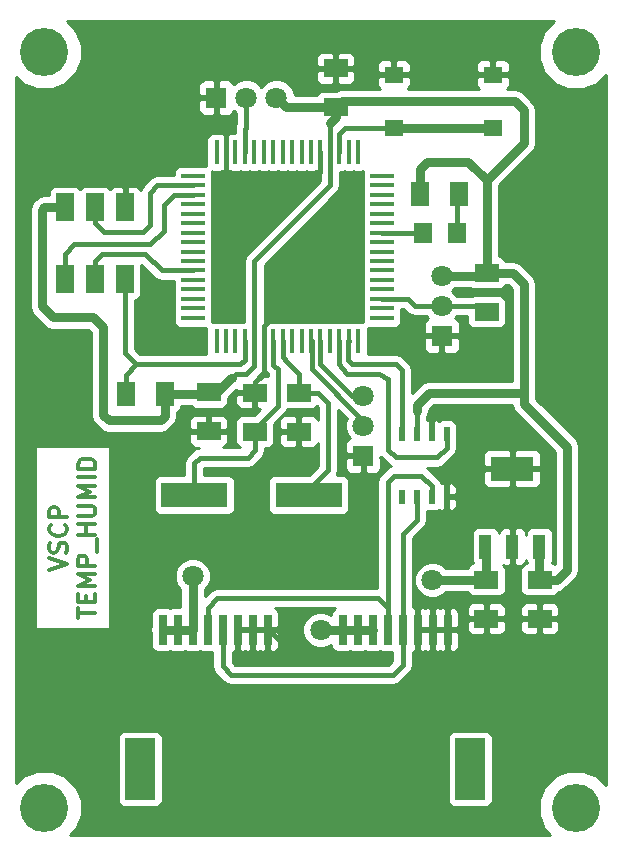
<source format=gtl>
G04 (created by PCBNEW (2013-may-18)-stable) date Mon 25 May 2015 09:55:45 PM CEST*
%MOIN*%
G04 Gerber Fmt 3.4, Leading zero omitted, Abs format*
%FSLAX34Y34*%
G01*
G70*
G90*
G04 APERTURE LIST*
%ADD10C,0.00590551*%
%ADD11C,0.011811*%
%ADD12R,0.0787X0.0177*%
%ADD13R,0.0177X0.0787*%
%ADD14R,0.02X0.045*%
%ADD15R,0.08X0.06*%
%ADD16R,0.06X0.08*%
%ADD17R,0.0708661X0.0708661*%
%ADD18C,0.0708661*%
%ADD19R,0.0629X0.0709*%
%ADD20C,0.16*%
%ADD21R,0.2205X0.0827*%
%ADD22R,0.144X0.08*%
%ADD23R,0.04X0.08*%
%ADD24R,0.0629921X0.0551181*%
%ADD25R,0.0590551X0.0917323*%
%ADD26R,0.0251968X0.1*%
%ADD27R,0.0996063X0.205118*%
%ADD28C,0.0314961*%
%ADD29C,0.0177165*%
%ADD30C,0.01*%
G04 APERTURE END LIST*
G54D10*
G54D11*
X57648Y-48749D02*
X58239Y-48552D01*
X57648Y-48356D01*
X58210Y-48187D02*
X58239Y-48102D01*
X58239Y-47962D01*
X58210Y-47906D01*
X58182Y-47877D01*
X58126Y-47849D01*
X58070Y-47849D01*
X58014Y-47877D01*
X57985Y-47906D01*
X57957Y-47962D01*
X57929Y-48074D01*
X57901Y-48131D01*
X57873Y-48159D01*
X57817Y-48187D01*
X57760Y-48187D01*
X57704Y-48159D01*
X57676Y-48131D01*
X57648Y-48074D01*
X57648Y-47934D01*
X57676Y-47849D01*
X58182Y-47259D02*
X58210Y-47287D01*
X58239Y-47371D01*
X58239Y-47428D01*
X58210Y-47512D01*
X58154Y-47568D01*
X58098Y-47596D01*
X57985Y-47624D01*
X57901Y-47624D01*
X57789Y-47596D01*
X57732Y-47568D01*
X57676Y-47512D01*
X57648Y-47428D01*
X57648Y-47371D01*
X57676Y-47287D01*
X57704Y-47259D01*
X58239Y-47006D02*
X57648Y-47006D01*
X57648Y-46781D01*
X57676Y-46724D01*
X57704Y-46696D01*
X57760Y-46668D01*
X57845Y-46668D01*
X57901Y-46696D01*
X57929Y-46724D01*
X57957Y-46781D01*
X57957Y-47006D01*
X58593Y-50366D02*
X58593Y-50029D01*
X59183Y-50197D02*
X58593Y-50197D01*
X58874Y-49832D02*
X58874Y-49635D01*
X59183Y-49551D02*
X59183Y-49832D01*
X58593Y-49832D01*
X58593Y-49551D01*
X59183Y-49298D02*
X58593Y-49298D01*
X59015Y-49101D01*
X58593Y-48904D01*
X59183Y-48904D01*
X59183Y-48623D02*
X58593Y-48623D01*
X58593Y-48398D01*
X58621Y-48341D01*
X58649Y-48313D01*
X58705Y-48285D01*
X58790Y-48285D01*
X58846Y-48313D01*
X58874Y-48341D01*
X58902Y-48398D01*
X58902Y-48623D01*
X59240Y-48173D02*
X59240Y-47723D01*
X59183Y-47582D02*
X58593Y-47582D01*
X58874Y-47582D02*
X58874Y-47245D01*
X59183Y-47245D02*
X58593Y-47245D01*
X58593Y-46964D02*
X59071Y-46964D01*
X59127Y-46935D01*
X59155Y-46907D01*
X59183Y-46851D01*
X59183Y-46739D01*
X59155Y-46682D01*
X59127Y-46654D01*
X59071Y-46626D01*
X58593Y-46626D01*
X59183Y-46345D02*
X58593Y-46345D01*
X59015Y-46148D01*
X58593Y-45951D01*
X59183Y-45951D01*
X59183Y-45670D02*
X58593Y-45670D01*
X59183Y-45389D02*
X58593Y-45389D01*
X58593Y-45248D01*
X58621Y-45164D01*
X58677Y-45107D01*
X58733Y-45079D01*
X58846Y-45051D01*
X58930Y-45051D01*
X59043Y-45079D01*
X59099Y-45107D01*
X59155Y-45164D01*
X59183Y-45248D01*
X59183Y-45389D01*
G54D12*
X62436Y-37831D03*
X62436Y-37516D03*
X62436Y-37201D03*
X62436Y-36886D03*
X62436Y-36571D03*
X62436Y-36256D03*
X62436Y-35941D03*
X62436Y-35626D03*
X62436Y-40354D03*
X68732Y-40354D03*
X68732Y-35626D03*
X62436Y-38149D03*
X62436Y-38464D03*
X62436Y-38779D03*
X62436Y-39094D03*
X62436Y-39409D03*
X62436Y-39724D03*
X62436Y-40039D03*
X68732Y-40039D03*
X68732Y-39724D03*
X68732Y-39409D03*
X68732Y-39094D03*
X68732Y-38779D03*
X68732Y-38464D03*
X68732Y-38149D03*
X68732Y-37831D03*
X68732Y-37516D03*
X68732Y-37201D03*
X68732Y-36886D03*
X68732Y-36571D03*
X68732Y-36256D03*
X68732Y-35941D03*
G54D13*
X63220Y-34838D03*
X63534Y-34838D03*
X63850Y-34838D03*
X64164Y-34838D03*
X64480Y-34838D03*
X64794Y-34838D03*
X65740Y-34838D03*
X66370Y-34838D03*
X66684Y-34838D03*
X65110Y-34838D03*
X65424Y-34838D03*
X66054Y-34838D03*
X67000Y-34838D03*
X67314Y-34838D03*
X67630Y-34838D03*
X67944Y-34838D03*
X63220Y-41138D03*
X63534Y-41138D03*
X63850Y-41138D03*
X64164Y-41138D03*
X64480Y-41138D03*
X64794Y-41138D03*
X65110Y-41138D03*
X65424Y-41138D03*
X65740Y-41138D03*
X66054Y-41138D03*
X66370Y-41138D03*
X66684Y-41138D03*
X67000Y-41138D03*
X67314Y-41138D03*
X67630Y-41138D03*
X67944Y-41138D03*
G54D14*
X70891Y-46321D03*
X70891Y-44221D03*
X70391Y-46321D03*
X69891Y-46321D03*
X69391Y-46321D03*
X70391Y-44221D03*
X69891Y-44221D03*
X69391Y-44221D03*
G54D15*
X72224Y-38861D03*
X72224Y-40161D03*
G54D16*
X69999Y-36240D03*
X71299Y-36240D03*
X61492Y-42885D03*
X60192Y-42885D03*
G54D15*
X64500Y-42850D03*
X64500Y-44150D03*
X65956Y-44150D03*
X65956Y-42850D03*
X73996Y-49090D03*
X73996Y-50390D03*
X72208Y-49090D03*
X72208Y-50390D03*
G54D17*
X70724Y-40960D03*
G54D18*
X70724Y-39960D03*
X70724Y-38960D03*
G54D19*
X70106Y-37515D03*
X71224Y-37515D03*
G54D20*
X75196Y-31496D03*
X57480Y-31496D03*
X57480Y-56692D03*
X75196Y-56692D03*
G54D17*
X63216Y-33015D03*
G54D18*
X64216Y-33015D03*
X65216Y-33015D03*
G54D17*
X68114Y-44948D03*
G54D18*
X68114Y-43948D03*
X68114Y-42948D03*
G54D21*
X66290Y-46259D03*
X62472Y-46259D03*
G54D22*
X73078Y-45381D03*
G54D23*
X73078Y-47981D03*
X73978Y-47981D03*
X72178Y-47981D03*
G54D24*
X72429Y-34019D03*
X69122Y-34019D03*
X72429Y-32248D03*
X69122Y-32248D03*
G54D25*
X59169Y-36677D03*
X59169Y-39062D03*
X58169Y-36677D03*
X60169Y-36677D03*
X60169Y-39062D03*
X58169Y-39062D03*
G54D15*
X67188Y-33338D03*
X67188Y-32038D03*
X62956Y-44134D03*
X62956Y-42834D03*
G54D26*
X63423Y-50755D03*
X63923Y-50755D03*
X64423Y-50755D03*
X64923Y-50755D03*
X62923Y-50755D03*
X62423Y-50755D03*
X61923Y-50755D03*
X61423Y-50755D03*
X67423Y-50755D03*
X67923Y-50755D03*
X68423Y-50755D03*
X68923Y-50755D03*
X69423Y-50755D03*
X69923Y-50755D03*
X70423Y-50755D03*
X70923Y-50755D03*
G54D27*
X60673Y-55399D03*
X71673Y-55399D03*
G54D18*
X70409Y-49094D03*
X66688Y-50759D03*
X62429Y-48960D03*
X58673Y-34937D03*
X61114Y-40370D03*
X61732Y-41161D03*
X61468Y-44858D03*
X61070Y-34208D03*
X66527Y-38897D03*
X65759Y-51539D03*
X70350Y-52500D03*
G54D28*
X72208Y-49090D02*
X72208Y-48011D01*
X72208Y-48011D02*
X72178Y-47981D01*
X72208Y-49090D02*
X70413Y-49090D01*
X70413Y-49090D02*
X70409Y-49094D01*
X62423Y-50755D02*
X62423Y-48966D01*
X66692Y-50755D02*
X67423Y-50755D01*
X66688Y-50759D02*
X66692Y-50755D01*
X62423Y-48966D02*
X62429Y-48960D01*
X61923Y-50755D02*
X62423Y-50755D01*
X61423Y-50755D02*
X61923Y-50755D01*
X67923Y-50755D02*
X67423Y-50755D01*
X68423Y-50755D02*
X67923Y-50755D01*
X73464Y-42870D02*
X70299Y-42870D01*
X69891Y-43277D02*
X69891Y-43450D01*
X70299Y-42870D02*
X69891Y-43277D01*
G54D29*
X69891Y-44221D02*
X69891Y-43450D01*
X69891Y-43450D02*
X69881Y-43440D01*
G54D28*
X73996Y-49090D02*
X74563Y-49090D01*
X73090Y-38861D02*
X72224Y-38861D01*
X73464Y-39236D02*
X73090Y-38861D01*
X73464Y-43224D02*
X73464Y-42870D01*
X73464Y-42870D02*
X73464Y-39236D01*
X74901Y-44661D02*
X73464Y-43224D01*
X74901Y-48751D02*
X74901Y-44661D01*
X74563Y-49090D02*
X74901Y-48751D01*
X73978Y-47981D02*
X73978Y-49072D01*
X73978Y-49072D02*
X73996Y-49090D01*
X58169Y-36677D02*
X57484Y-36677D01*
X61492Y-43645D02*
X61492Y-42885D01*
X61358Y-43779D02*
X61492Y-43645D01*
X59622Y-43779D02*
X61358Y-43779D01*
X59444Y-43602D02*
X59622Y-43779D01*
X59444Y-40677D02*
X59444Y-43602D01*
X59114Y-40346D02*
X59444Y-40677D01*
X57771Y-40346D02*
X59114Y-40346D01*
X57397Y-39972D02*
X57771Y-40346D01*
X57397Y-36763D02*
X57397Y-39972D01*
X57484Y-36677D02*
X57397Y-36763D01*
X69999Y-36240D02*
X69999Y-35390D01*
X71614Y-35161D02*
X72224Y-35771D01*
X70228Y-35161D02*
X71614Y-35161D01*
X69999Y-35390D02*
X70228Y-35161D01*
G54D29*
X67000Y-34838D02*
X67000Y-33882D01*
G54D28*
X67188Y-33669D02*
X66988Y-33870D01*
X67188Y-33669D02*
X67188Y-33338D01*
G54D29*
X67000Y-33882D02*
X66988Y-33870D01*
G54D28*
X67188Y-33338D02*
X65539Y-33338D01*
X65539Y-33338D02*
X65216Y-33015D01*
X72224Y-38861D02*
X72224Y-35771D01*
X72224Y-35771D02*
X73456Y-34539D01*
X73456Y-34539D02*
X73456Y-33437D01*
X73456Y-33437D02*
X73153Y-33133D01*
X73153Y-33133D02*
X67394Y-33133D01*
X67394Y-33133D02*
X67188Y-33338D01*
X70724Y-38960D02*
X72125Y-38960D01*
X72125Y-38960D02*
X72224Y-38861D01*
G54D29*
X64480Y-41138D02*
X64480Y-41956D01*
X63854Y-42220D02*
X63716Y-42358D01*
X64216Y-42220D02*
X63854Y-42220D01*
X64480Y-41956D02*
X64216Y-42220D01*
G54D28*
X62956Y-42834D02*
X63232Y-42834D01*
X63232Y-42834D02*
X63708Y-42358D01*
X63708Y-42358D02*
X63716Y-42358D01*
X63716Y-42358D02*
X63720Y-42358D01*
X61492Y-42885D02*
X62905Y-42885D01*
X62905Y-42885D02*
X62956Y-42834D01*
G54D29*
X64480Y-41138D02*
X64480Y-38460D01*
X67000Y-35940D02*
X67000Y-34838D01*
X64480Y-38460D02*
X67000Y-35940D01*
X59169Y-36677D02*
X59169Y-37188D01*
X61251Y-35941D02*
X62436Y-35941D01*
X61000Y-36192D02*
X61251Y-35941D01*
X61000Y-37248D02*
X61000Y-36192D01*
X60759Y-37488D02*
X61000Y-37248D01*
X59468Y-37488D02*
X60759Y-37488D01*
X59169Y-37188D02*
X59468Y-37488D01*
X58169Y-39062D02*
X58169Y-38220D01*
X61802Y-36256D02*
X62436Y-36256D01*
X61460Y-36598D02*
X61802Y-36256D01*
X61460Y-37460D02*
X61460Y-36598D01*
X61011Y-37909D02*
X61460Y-37460D01*
X58480Y-37909D02*
X61011Y-37909D01*
X58169Y-38220D02*
X58480Y-37909D01*
X62956Y-44134D02*
X62192Y-44134D01*
X59795Y-35267D02*
X60169Y-35641D01*
X59003Y-35267D02*
X59795Y-35267D01*
X58673Y-34937D02*
X59003Y-35267D01*
X61114Y-40543D02*
X61114Y-40370D01*
X61732Y-41161D02*
X61114Y-40543D01*
X62192Y-44134D02*
X61468Y-44858D01*
X64794Y-41138D02*
X64794Y-40630D01*
X60169Y-35110D02*
X60169Y-35641D01*
X60169Y-35641D02*
X60169Y-36677D01*
X61070Y-34208D02*
X60169Y-35110D01*
X64794Y-40630D02*
X66527Y-38897D01*
X64976Y-50755D02*
X65759Y-51539D01*
X64923Y-50755D02*
X64976Y-50755D01*
X70423Y-52427D02*
X70423Y-50755D01*
X70350Y-52500D02*
X70423Y-52427D01*
X63534Y-34838D02*
X63534Y-34129D01*
X63534Y-34129D02*
X63503Y-34098D01*
X63534Y-34838D02*
X63534Y-35554D01*
X63534Y-35554D02*
X63610Y-35629D01*
X66684Y-34838D02*
X66684Y-35480D01*
X66684Y-35480D02*
X66582Y-35582D01*
X64500Y-42850D02*
X64500Y-42511D01*
X64794Y-42217D02*
X64794Y-41138D01*
X64500Y-42511D02*
X64794Y-42217D01*
X70891Y-44221D02*
X70891Y-44694D01*
X67314Y-41913D02*
X67314Y-41138D01*
X67567Y-42223D02*
X67314Y-41913D01*
X68641Y-42228D02*
X67567Y-42223D01*
X68940Y-42413D02*
X68641Y-42228D01*
X68940Y-44759D02*
X68940Y-42413D01*
X69192Y-45011D02*
X68940Y-44759D01*
X70574Y-45011D02*
X69192Y-45011D01*
X70891Y-44694D02*
X70574Y-45011D01*
X60169Y-39062D02*
X60169Y-41539D01*
X60169Y-41539D02*
X60535Y-41905D01*
X60192Y-42885D02*
X60192Y-42248D01*
X64164Y-41752D02*
X64164Y-41138D01*
X64011Y-41905D02*
X64164Y-41752D01*
X60535Y-41905D02*
X64011Y-41905D01*
X60192Y-42248D02*
X60535Y-41905D01*
X71224Y-37515D02*
X71224Y-36315D01*
X71224Y-36315D02*
X71299Y-36240D01*
X62923Y-50755D02*
X62923Y-50029D01*
X68602Y-49700D02*
X68923Y-50021D01*
X63251Y-49700D02*
X68602Y-49700D01*
X62923Y-50029D02*
X63251Y-49700D01*
X70391Y-46321D02*
X70391Y-45974D01*
X68923Y-45824D02*
X68923Y-50021D01*
X68923Y-50021D02*
X68923Y-50755D01*
X69133Y-45614D02*
X68923Y-45824D01*
X70031Y-45614D02*
X69133Y-45614D01*
X70391Y-45974D02*
X70031Y-45614D01*
G54D28*
X69122Y-34019D02*
X72429Y-34019D01*
G54D29*
X69122Y-34019D02*
X67492Y-34019D01*
X67295Y-34838D02*
X67314Y-34838D01*
X67295Y-34215D02*
X67295Y-34838D01*
X67492Y-34019D02*
X67295Y-34215D01*
X68114Y-43948D02*
X68114Y-43783D01*
X66389Y-41138D02*
X66370Y-41138D01*
X66389Y-42058D02*
X66389Y-41138D01*
X68114Y-43783D02*
X66389Y-42058D01*
X68114Y-42948D02*
X67744Y-42948D01*
X66684Y-41889D02*
X66684Y-41138D01*
X67744Y-42948D02*
X66684Y-41889D01*
X70106Y-37515D02*
X69421Y-37515D01*
X69420Y-37516D02*
X68732Y-37516D01*
X69421Y-37515D02*
X69420Y-37516D01*
X69391Y-44221D02*
X69391Y-42092D01*
X67609Y-41138D02*
X67630Y-41138D01*
X67609Y-41759D02*
X67609Y-41138D01*
X67751Y-41901D02*
X67609Y-41759D01*
X69200Y-41901D02*
X67751Y-41901D01*
X69391Y-42092D02*
X69200Y-41901D01*
X64216Y-33015D02*
X64216Y-34019D01*
X64164Y-34071D02*
X64164Y-34838D01*
X64216Y-34019D02*
X64164Y-34071D01*
X70724Y-39960D02*
X72023Y-39960D01*
X72023Y-39960D02*
X72224Y-40161D01*
X68732Y-39724D02*
X69586Y-39724D01*
X69822Y-39960D02*
X70724Y-39960D01*
X69586Y-39724D02*
X69822Y-39960D01*
X64500Y-44150D02*
X64500Y-44055D01*
X65110Y-41917D02*
X65110Y-41138D01*
X65263Y-42070D02*
X65110Y-41917D01*
X65263Y-43291D02*
X65263Y-42070D01*
X64500Y-44055D02*
X65263Y-43291D01*
X62472Y-46259D02*
X62472Y-45212D01*
X64500Y-44775D02*
X64500Y-44150D01*
X64259Y-45015D02*
X64500Y-44775D01*
X62669Y-45015D02*
X64259Y-45015D01*
X62472Y-45212D02*
X62669Y-45015D01*
X65956Y-42850D02*
X65956Y-42224D01*
X65424Y-41656D02*
X65424Y-41138D01*
X65496Y-41728D02*
X65424Y-41656D01*
X65496Y-41763D02*
X65496Y-41728D01*
X65956Y-42224D02*
X65496Y-41763D01*
X66290Y-46259D02*
X66290Y-46075D01*
X66594Y-42850D02*
X65956Y-42850D01*
X66929Y-43185D02*
X66594Y-42850D01*
X66929Y-45437D02*
X66929Y-43185D01*
X66290Y-46075D02*
X66929Y-45437D01*
X59169Y-39062D02*
X59169Y-38460D01*
X61389Y-38779D02*
X62436Y-38779D01*
X60830Y-38220D02*
X61389Y-38779D01*
X59409Y-38220D02*
X60830Y-38220D01*
X59169Y-38460D02*
X59409Y-38220D01*
X69891Y-46321D02*
X69891Y-47092D01*
X69423Y-47561D02*
X69423Y-50755D01*
X69891Y-47092D02*
X69423Y-47561D01*
X63423Y-50755D02*
X63423Y-51978D01*
X69423Y-51927D02*
X69423Y-50755D01*
X69090Y-52259D02*
X69423Y-51927D01*
X63704Y-52259D02*
X69090Y-52259D01*
X63423Y-51978D02*
X63704Y-52259D01*
G54D10*
G36*
X62883Y-40691D02*
X62882Y-40694D01*
X62882Y-40794D01*
X62882Y-41566D01*
X60675Y-41566D01*
X60507Y-41399D01*
X60507Y-39771D01*
X60514Y-39771D01*
X60605Y-39733D01*
X60676Y-39663D01*
X60714Y-39571D01*
X60714Y-39472D01*
X60714Y-38583D01*
X61150Y-39018D01*
X61259Y-39091D01*
X61259Y-39091D01*
X61389Y-39117D01*
X61793Y-39117D01*
X61793Y-39232D01*
X61801Y-39251D01*
X61793Y-39270D01*
X61793Y-39370D01*
X61793Y-39547D01*
X61801Y-39566D01*
X61793Y-39585D01*
X61793Y-39685D01*
X61793Y-39862D01*
X61801Y-39881D01*
X61793Y-39900D01*
X61793Y-40000D01*
X61793Y-40177D01*
X61801Y-40196D01*
X61793Y-40215D01*
X61793Y-40315D01*
X61793Y-40492D01*
X61831Y-40584D01*
X61901Y-40654D01*
X61993Y-40692D01*
X62092Y-40692D01*
X62879Y-40692D01*
X62883Y-40691D01*
X62883Y-40691D01*
G37*
G54D30*
X62883Y-40691D02*
X62882Y-40694D01*
X62882Y-40794D01*
X62882Y-41566D01*
X60675Y-41566D01*
X60507Y-41399D01*
X60507Y-39771D01*
X60514Y-39771D01*
X60605Y-39733D01*
X60676Y-39663D01*
X60714Y-39571D01*
X60714Y-39472D01*
X60714Y-38583D01*
X61150Y-39018D01*
X61259Y-39091D01*
X61259Y-39091D01*
X61389Y-39117D01*
X61793Y-39117D01*
X61793Y-39232D01*
X61801Y-39251D01*
X61793Y-39270D01*
X61793Y-39370D01*
X61793Y-39547D01*
X61801Y-39566D01*
X61793Y-39585D01*
X61793Y-39685D01*
X61793Y-39862D01*
X61801Y-39881D01*
X61793Y-39900D01*
X61793Y-40000D01*
X61793Y-40177D01*
X61801Y-40196D01*
X61793Y-40215D01*
X61793Y-40315D01*
X61793Y-40492D01*
X61831Y-40584D01*
X61901Y-40654D01*
X61993Y-40692D01*
X62092Y-40692D01*
X62879Y-40692D01*
X62883Y-40691D01*
G54D10*
G36*
X64925Y-42300D02*
X64850Y-42299D01*
X64615Y-42299D01*
X64720Y-42195D01*
X64793Y-42085D01*
X64793Y-42085D01*
X64800Y-42051D01*
X64871Y-42157D01*
X64925Y-42211D01*
X64925Y-42300D01*
X64925Y-42300D01*
G37*
G54D30*
X64925Y-42300D02*
X64850Y-42299D01*
X64615Y-42299D01*
X64720Y-42195D01*
X64793Y-42085D01*
X64793Y-42085D01*
X64800Y-42051D01*
X64871Y-42157D01*
X64925Y-42211D01*
X64925Y-42300D01*
G54D10*
G36*
X66662Y-35800D02*
X64241Y-38220D01*
X64167Y-38330D01*
X64142Y-38460D01*
X64142Y-40494D01*
X64026Y-40494D01*
X64007Y-40502D01*
X63989Y-40494D01*
X63889Y-40494D01*
X63712Y-40494D01*
X63692Y-40502D01*
X63673Y-40494D01*
X63573Y-40494D01*
X63396Y-40494D01*
X63377Y-40502D01*
X63359Y-40494D01*
X63259Y-40494D01*
X63082Y-40494D01*
X63078Y-40496D01*
X63080Y-40492D01*
X63080Y-40393D01*
X63080Y-40216D01*
X63072Y-40196D01*
X63080Y-40177D01*
X63080Y-40078D01*
X63080Y-39901D01*
X63072Y-39881D01*
X63080Y-39862D01*
X63080Y-39763D01*
X63080Y-39586D01*
X63072Y-39566D01*
X63080Y-39547D01*
X63080Y-39448D01*
X63080Y-39271D01*
X63072Y-39251D01*
X63080Y-39232D01*
X63080Y-39133D01*
X63080Y-38956D01*
X63072Y-38936D01*
X63080Y-38917D01*
X63080Y-38818D01*
X63080Y-38641D01*
X63072Y-38621D01*
X63080Y-38602D01*
X63080Y-38503D01*
X63080Y-38326D01*
X63072Y-38306D01*
X63080Y-38287D01*
X63080Y-38188D01*
X63080Y-38011D01*
X63071Y-37990D01*
X63080Y-37969D01*
X63080Y-37870D01*
X63080Y-37693D01*
X63072Y-37673D01*
X63080Y-37654D01*
X63080Y-37555D01*
X63080Y-37378D01*
X63072Y-37358D01*
X63080Y-37339D01*
X63080Y-37240D01*
X63080Y-37063D01*
X63072Y-37043D01*
X63080Y-37024D01*
X63080Y-36925D01*
X63080Y-36748D01*
X63072Y-36728D01*
X63080Y-36709D01*
X63080Y-36610D01*
X63080Y-36433D01*
X63072Y-36413D01*
X63080Y-36394D01*
X63080Y-36295D01*
X63080Y-36118D01*
X63072Y-36098D01*
X63080Y-36079D01*
X63080Y-35980D01*
X63080Y-35803D01*
X63072Y-35783D01*
X63080Y-35764D01*
X63080Y-35665D01*
X63080Y-35488D01*
X63076Y-35479D01*
X63082Y-35481D01*
X63181Y-35481D01*
X63358Y-35481D01*
X63377Y-35473D01*
X63396Y-35481D01*
X63427Y-35481D01*
X63490Y-35419D01*
X63490Y-35404D01*
X63520Y-35373D01*
X63535Y-35338D01*
X63550Y-35373D01*
X63578Y-35401D01*
X63578Y-35419D01*
X63641Y-35481D01*
X63672Y-35481D01*
X63692Y-35473D01*
X63712Y-35481D01*
X63811Y-35481D01*
X63988Y-35481D01*
X64007Y-35473D01*
X64026Y-35481D01*
X64125Y-35481D01*
X64302Y-35481D01*
X64322Y-35473D01*
X64342Y-35481D01*
X64441Y-35481D01*
X64618Y-35481D01*
X64637Y-35473D01*
X64656Y-35481D01*
X64755Y-35481D01*
X64932Y-35481D01*
X64952Y-35473D01*
X64972Y-35481D01*
X65071Y-35481D01*
X65248Y-35481D01*
X65267Y-35473D01*
X65286Y-35481D01*
X65385Y-35481D01*
X65562Y-35481D01*
X65582Y-35473D01*
X65602Y-35481D01*
X65701Y-35481D01*
X65878Y-35481D01*
X65897Y-35473D01*
X65916Y-35481D01*
X66015Y-35481D01*
X66192Y-35481D01*
X66212Y-35473D01*
X66232Y-35481D01*
X66331Y-35481D01*
X66508Y-35481D01*
X66527Y-35473D01*
X66546Y-35481D01*
X66577Y-35481D01*
X66634Y-35424D01*
X66634Y-35481D01*
X66662Y-35481D01*
X66662Y-35800D01*
X66662Y-35800D01*
G37*
G54D30*
X66662Y-35800D02*
X64241Y-38220D01*
X64167Y-38330D01*
X64142Y-38460D01*
X64142Y-40494D01*
X64026Y-40494D01*
X64007Y-40502D01*
X63989Y-40494D01*
X63889Y-40494D01*
X63712Y-40494D01*
X63692Y-40502D01*
X63673Y-40494D01*
X63573Y-40494D01*
X63396Y-40494D01*
X63377Y-40502D01*
X63359Y-40494D01*
X63259Y-40494D01*
X63082Y-40494D01*
X63078Y-40496D01*
X63080Y-40492D01*
X63080Y-40393D01*
X63080Y-40216D01*
X63072Y-40196D01*
X63080Y-40177D01*
X63080Y-40078D01*
X63080Y-39901D01*
X63072Y-39881D01*
X63080Y-39862D01*
X63080Y-39763D01*
X63080Y-39586D01*
X63072Y-39566D01*
X63080Y-39547D01*
X63080Y-39448D01*
X63080Y-39271D01*
X63072Y-39251D01*
X63080Y-39232D01*
X63080Y-39133D01*
X63080Y-38956D01*
X63072Y-38936D01*
X63080Y-38917D01*
X63080Y-38818D01*
X63080Y-38641D01*
X63072Y-38621D01*
X63080Y-38602D01*
X63080Y-38503D01*
X63080Y-38326D01*
X63072Y-38306D01*
X63080Y-38287D01*
X63080Y-38188D01*
X63080Y-38011D01*
X63071Y-37990D01*
X63080Y-37969D01*
X63080Y-37870D01*
X63080Y-37693D01*
X63072Y-37673D01*
X63080Y-37654D01*
X63080Y-37555D01*
X63080Y-37378D01*
X63072Y-37358D01*
X63080Y-37339D01*
X63080Y-37240D01*
X63080Y-37063D01*
X63072Y-37043D01*
X63080Y-37024D01*
X63080Y-36925D01*
X63080Y-36748D01*
X63072Y-36728D01*
X63080Y-36709D01*
X63080Y-36610D01*
X63080Y-36433D01*
X63072Y-36413D01*
X63080Y-36394D01*
X63080Y-36295D01*
X63080Y-36118D01*
X63072Y-36098D01*
X63080Y-36079D01*
X63080Y-35980D01*
X63080Y-35803D01*
X63072Y-35783D01*
X63080Y-35764D01*
X63080Y-35665D01*
X63080Y-35488D01*
X63076Y-35479D01*
X63082Y-35481D01*
X63181Y-35481D01*
X63358Y-35481D01*
X63377Y-35473D01*
X63396Y-35481D01*
X63427Y-35481D01*
X63490Y-35419D01*
X63490Y-35404D01*
X63520Y-35373D01*
X63535Y-35338D01*
X63550Y-35373D01*
X63578Y-35401D01*
X63578Y-35419D01*
X63641Y-35481D01*
X63672Y-35481D01*
X63692Y-35473D01*
X63712Y-35481D01*
X63811Y-35481D01*
X63988Y-35481D01*
X64007Y-35473D01*
X64026Y-35481D01*
X64125Y-35481D01*
X64302Y-35481D01*
X64322Y-35473D01*
X64342Y-35481D01*
X64441Y-35481D01*
X64618Y-35481D01*
X64637Y-35473D01*
X64656Y-35481D01*
X64755Y-35481D01*
X64932Y-35481D01*
X64952Y-35473D01*
X64972Y-35481D01*
X65071Y-35481D01*
X65248Y-35481D01*
X65267Y-35473D01*
X65286Y-35481D01*
X65385Y-35481D01*
X65562Y-35481D01*
X65582Y-35473D01*
X65602Y-35481D01*
X65701Y-35481D01*
X65878Y-35481D01*
X65897Y-35473D01*
X65916Y-35481D01*
X66015Y-35481D01*
X66192Y-35481D01*
X66212Y-35473D01*
X66232Y-35481D01*
X66331Y-35481D01*
X66508Y-35481D01*
X66527Y-35473D01*
X66546Y-35481D01*
X66577Y-35481D01*
X66634Y-35424D01*
X66634Y-35481D01*
X66662Y-35481D01*
X66662Y-35800D01*
G54D10*
G36*
X68097Y-37990D02*
X68089Y-38010D01*
X68089Y-38110D01*
X68089Y-38287D01*
X68097Y-38306D01*
X68089Y-38325D01*
X68089Y-38425D01*
X68089Y-38602D01*
X68097Y-38621D01*
X68089Y-38640D01*
X68089Y-38740D01*
X68089Y-38917D01*
X68097Y-38936D01*
X68089Y-38955D01*
X68089Y-39055D01*
X68089Y-39232D01*
X68097Y-39251D01*
X68089Y-39270D01*
X68089Y-39370D01*
X68089Y-39547D01*
X68097Y-39566D01*
X68089Y-39585D01*
X68089Y-39685D01*
X68089Y-39862D01*
X68097Y-39881D01*
X68089Y-39900D01*
X68089Y-40000D01*
X68089Y-40177D01*
X68097Y-40196D01*
X68089Y-40215D01*
X68089Y-40315D01*
X68089Y-40492D01*
X68091Y-40498D01*
X68083Y-40494D01*
X67983Y-40494D01*
X67806Y-40494D01*
X67787Y-40502D01*
X67769Y-40494D01*
X67669Y-40494D01*
X67492Y-40494D01*
X67472Y-40502D01*
X67453Y-40494D01*
X67353Y-40494D01*
X67176Y-40494D01*
X67157Y-40502D01*
X67139Y-40494D01*
X67039Y-40494D01*
X66862Y-40494D01*
X66842Y-40502D01*
X66823Y-40494D01*
X66723Y-40494D01*
X66546Y-40494D01*
X66527Y-40502D01*
X66509Y-40494D01*
X66409Y-40494D01*
X66232Y-40494D01*
X66212Y-40502D01*
X66193Y-40494D01*
X66093Y-40494D01*
X65916Y-40494D01*
X65897Y-40502D01*
X65879Y-40494D01*
X65779Y-40494D01*
X65602Y-40494D01*
X65582Y-40502D01*
X65563Y-40494D01*
X65463Y-40494D01*
X65286Y-40494D01*
X65267Y-40502D01*
X65249Y-40494D01*
X65149Y-40494D01*
X64972Y-40494D01*
X64952Y-40502D01*
X64932Y-40494D01*
X64901Y-40494D01*
X64844Y-40551D01*
X64844Y-40494D01*
X64819Y-40494D01*
X64819Y-38600D01*
X67240Y-36179D01*
X67313Y-36069D01*
X67313Y-36069D01*
X67339Y-35940D01*
X67339Y-35481D01*
X67452Y-35481D01*
X67472Y-35473D01*
X67492Y-35481D01*
X67591Y-35481D01*
X67768Y-35481D01*
X67787Y-35473D01*
X67806Y-35481D01*
X67905Y-35481D01*
X68082Y-35481D01*
X68093Y-35477D01*
X68089Y-35487D01*
X68089Y-35587D01*
X68089Y-35764D01*
X68097Y-35783D01*
X68089Y-35802D01*
X68089Y-35902D01*
X68089Y-36079D01*
X68097Y-36098D01*
X68089Y-36117D01*
X68089Y-36217D01*
X68089Y-36394D01*
X68097Y-36413D01*
X68089Y-36432D01*
X68089Y-36532D01*
X68089Y-36709D01*
X68097Y-36728D01*
X68089Y-36747D01*
X68089Y-36847D01*
X68089Y-37024D01*
X68097Y-37043D01*
X68089Y-37062D01*
X68089Y-37162D01*
X68089Y-37339D01*
X68097Y-37358D01*
X68089Y-37377D01*
X68089Y-37477D01*
X68089Y-37654D01*
X68097Y-37673D01*
X68089Y-37692D01*
X68089Y-37792D01*
X68089Y-37969D01*
X68097Y-37990D01*
X68097Y-37990D01*
G37*
G54D30*
X68097Y-37990D02*
X68089Y-38010D01*
X68089Y-38110D01*
X68089Y-38287D01*
X68097Y-38306D01*
X68089Y-38325D01*
X68089Y-38425D01*
X68089Y-38602D01*
X68097Y-38621D01*
X68089Y-38640D01*
X68089Y-38740D01*
X68089Y-38917D01*
X68097Y-38936D01*
X68089Y-38955D01*
X68089Y-39055D01*
X68089Y-39232D01*
X68097Y-39251D01*
X68089Y-39270D01*
X68089Y-39370D01*
X68089Y-39547D01*
X68097Y-39566D01*
X68089Y-39585D01*
X68089Y-39685D01*
X68089Y-39862D01*
X68097Y-39881D01*
X68089Y-39900D01*
X68089Y-40000D01*
X68089Y-40177D01*
X68097Y-40196D01*
X68089Y-40215D01*
X68089Y-40315D01*
X68089Y-40492D01*
X68091Y-40498D01*
X68083Y-40494D01*
X67983Y-40494D01*
X67806Y-40494D01*
X67787Y-40502D01*
X67769Y-40494D01*
X67669Y-40494D01*
X67492Y-40494D01*
X67472Y-40502D01*
X67453Y-40494D01*
X67353Y-40494D01*
X67176Y-40494D01*
X67157Y-40502D01*
X67139Y-40494D01*
X67039Y-40494D01*
X66862Y-40494D01*
X66842Y-40502D01*
X66823Y-40494D01*
X66723Y-40494D01*
X66546Y-40494D01*
X66527Y-40502D01*
X66509Y-40494D01*
X66409Y-40494D01*
X66232Y-40494D01*
X66212Y-40502D01*
X66193Y-40494D01*
X66093Y-40494D01*
X65916Y-40494D01*
X65897Y-40502D01*
X65879Y-40494D01*
X65779Y-40494D01*
X65602Y-40494D01*
X65582Y-40502D01*
X65563Y-40494D01*
X65463Y-40494D01*
X65286Y-40494D01*
X65267Y-40502D01*
X65249Y-40494D01*
X65149Y-40494D01*
X64972Y-40494D01*
X64952Y-40502D01*
X64932Y-40494D01*
X64901Y-40494D01*
X64844Y-40551D01*
X64844Y-40494D01*
X64819Y-40494D01*
X64819Y-38600D01*
X67240Y-36179D01*
X67313Y-36069D01*
X67313Y-36069D01*
X67339Y-35940D01*
X67339Y-35481D01*
X67452Y-35481D01*
X67472Y-35473D01*
X67492Y-35481D01*
X67591Y-35481D01*
X67768Y-35481D01*
X67787Y-35473D01*
X67806Y-35481D01*
X67905Y-35481D01*
X68082Y-35481D01*
X68093Y-35477D01*
X68089Y-35487D01*
X68089Y-35587D01*
X68089Y-35764D01*
X68097Y-35783D01*
X68089Y-35802D01*
X68089Y-35902D01*
X68089Y-36079D01*
X68097Y-36098D01*
X68089Y-36117D01*
X68089Y-36217D01*
X68089Y-36394D01*
X68097Y-36413D01*
X68089Y-36432D01*
X68089Y-36532D01*
X68089Y-36709D01*
X68097Y-36728D01*
X68089Y-36747D01*
X68089Y-36847D01*
X68089Y-37024D01*
X68097Y-37043D01*
X68089Y-37062D01*
X68089Y-37162D01*
X68089Y-37339D01*
X68097Y-37358D01*
X68089Y-37377D01*
X68089Y-37477D01*
X68089Y-37654D01*
X68097Y-37673D01*
X68089Y-37692D01*
X68089Y-37792D01*
X68089Y-37969D01*
X68097Y-37990D01*
G54D10*
G36*
X69084Y-51786D02*
X68950Y-51921D01*
X65299Y-51921D01*
X65299Y-51206D01*
X65299Y-50868D01*
X65236Y-50805D01*
X64973Y-50805D01*
X64973Y-51443D01*
X65035Y-51505D01*
X65098Y-51505D01*
X65190Y-51467D01*
X65261Y-51397D01*
X65299Y-51305D01*
X65299Y-51206D01*
X65299Y-51921D01*
X64873Y-51921D01*
X64873Y-51443D01*
X64873Y-50805D01*
X64736Y-50805D01*
X64609Y-50805D01*
X64473Y-50805D01*
X64473Y-51443D01*
X64535Y-51505D01*
X64598Y-51505D01*
X64673Y-51475D01*
X64747Y-51505D01*
X64810Y-51505D01*
X64873Y-51443D01*
X64873Y-51921D01*
X64373Y-51921D01*
X64373Y-51443D01*
X64373Y-50805D01*
X64236Y-50805D01*
X64109Y-50805D01*
X63973Y-50805D01*
X63973Y-51443D01*
X64035Y-51505D01*
X64098Y-51505D01*
X64173Y-51475D01*
X64247Y-51505D01*
X64310Y-51505D01*
X64373Y-51443D01*
X64373Y-51921D01*
X63844Y-51921D01*
X63761Y-51838D01*
X63761Y-51505D01*
X63810Y-51505D01*
X63873Y-51443D01*
X63873Y-50805D01*
X63865Y-50805D01*
X63865Y-50705D01*
X63873Y-50705D01*
X63873Y-50698D01*
X63973Y-50698D01*
X63973Y-50705D01*
X64109Y-50705D01*
X64236Y-50705D01*
X64373Y-50705D01*
X64373Y-50698D01*
X64473Y-50698D01*
X64473Y-50705D01*
X64609Y-50705D01*
X64736Y-50705D01*
X64873Y-50705D01*
X64873Y-50698D01*
X64973Y-50698D01*
X64973Y-50705D01*
X65236Y-50705D01*
X65299Y-50643D01*
X65299Y-50305D01*
X65299Y-50205D01*
X65261Y-50114D01*
X65190Y-50043D01*
X65179Y-50039D01*
X67166Y-50039D01*
X67155Y-50043D01*
X67085Y-50114D01*
X67047Y-50205D01*
X67047Y-50263D01*
X67031Y-50247D01*
X66809Y-50155D01*
X66569Y-50155D01*
X66347Y-50247D01*
X66176Y-50417D01*
X66084Y-50639D01*
X66084Y-50879D01*
X66176Y-51101D01*
X66346Y-51271D01*
X66568Y-51364D01*
X66808Y-51364D01*
X67030Y-51272D01*
X67047Y-51256D01*
X67047Y-51305D01*
X67085Y-51397D01*
X67155Y-51467D01*
X67247Y-51505D01*
X67346Y-51505D01*
X67598Y-51505D01*
X67673Y-51475D01*
X67747Y-51505D01*
X67846Y-51505D01*
X68098Y-51505D01*
X68173Y-51475D01*
X68247Y-51505D01*
X68346Y-51505D01*
X68598Y-51505D01*
X68673Y-51475D01*
X68747Y-51505D01*
X68846Y-51505D01*
X69084Y-51505D01*
X69084Y-51786D01*
X69084Y-51786D01*
G37*
G54D30*
X69084Y-51786D02*
X68950Y-51921D01*
X65299Y-51921D01*
X65299Y-51206D01*
X65299Y-50868D01*
X65236Y-50805D01*
X64973Y-50805D01*
X64973Y-51443D01*
X65035Y-51505D01*
X65098Y-51505D01*
X65190Y-51467D01*
X65261Y-51397D01*
X65299Y-51305D01*
X65299Y-51206D01*
X65299Y-51921D01*
X64873Y-51921D01*
X64873Y-51443D01*
X64873Y-50805D01*
X64736Y-50805D01*
X64609Y-50805D01*
X64473Y-50805D01*
X64473Y-51443D01*
X64535Y-51505D01*
X64598Y-51505D01*
X64673Y-51475D01*
X64747Y-51505D01*
X64810Y-51505D01*
X64873Y-51443D01*
X64873Y-51921D01*
X64373Y-51921D01*
X64373Y-51443D01*
X64373Y-50805D01*
X64236Y-50805D01*
X64109Y-50805D01*
X63973Y-50805D01*
X63973Y-51443D01*
X64035Y-51505D01*
X64098Y-51505D01*
X64173Y-51475D01*
X64247Y-51505D01*
X64310Y-51505D01*
X64373Y-51443D01*
X64373Y-51921D01*
X63844Y-51921D01*
X63761Y-51838D01*
X63761Y-51505D01*
X63810Y-51505D01*
X63873Y-51443D01*
X63873Y-50805D01*
X63865Y-50805D01*
X63865Y-50705D01*
X63873Y-50705D01*
X63873Y-50698D01*
X63973Y-50698D01*
X63973Y-50705D01*
X64109Y-50705D01*
X64236Y-50705D01*
X64373Y-50705D01*
X64373Y-50698D01*
X64473Y-50698D01*
X64473Y-50705D01*
X64609Y-50705D01*
X64736Y-50705D01*
X64873Y-50705D01*
X64873Y-50698D01*
X64973Y-50698D01*
X64973Y-50705D01*
X65236Y-50705D01*
X65299Y-50643D01*
X65299Y-50305D01*
X65299Y-50205D01*
X65261Y-50114D01*
X65190Y-50043D01*
X65179Y-50039D01*
X67166Y-50039D01*
X67155Y-50043D01*
X67085Y-50114D01*
X67047Y-50205D01*
X67047Y-50263D01*
X67031Y-50247D01*
X66809Y-50155D01*
X66569Y-50155D01*
X66347Y-50247D01*
X66176Y-50417D01*
X66084Y-50639D01*
X66084Y-50879D01*
X66176Y-51101D01*
X66346Y-51271D01*
X66568Y-51364D01*
X66808Y-51364D01*
X67030Y-51272D01*
X67047Y-51256D01*
X67047Y-51305D01*
X67085Y-51397D01*
X67155Y-51467D01*
X67247Y-51505D01*
X67346Y-51505D01*
X67598Y-51505D01*
X67673Y-51475D01*
X67747Y-51505D01*
X67846Y-51505D01*
X68098Y-51505D01*
X68173Y-51475D01*
X68247Y-51505D01*
X68346Y-51505D01*
X68598Y-51505D01*
X68673Y-51475D01*
X68747Y-51505D01*
X68846Y-51505D01*
X69084Y-51505D01*
X69084Y-51786D01*
G54D10*
G36*
X73057Y-42462D02*
X71328Y-42462D01*
X71328Y-41364D01*
X71328Y-41073D01*
X71266Y-41010D01*
X70774Y-41010D01*
X70774Y-41502D01*
X70836Y-41564D01*
X71029Y-41565D01*
X71128Y-41564D01*
X71220Y-41526D01*
X71290Y-41456D01*
X71328Y-41364D01*
X71328Y-42462D01*
X70674Y-42462D01*
X70674Y-41502D01*
X70674Y-41010D01*
X70182Y-41010D01*
X70120Y-41073D01*
X70120Y-41364D01*
X70158Y-41456D01*
X70228Y-41526D01*
X70320Y-41564D01*
X70419Y-41565D01*
X70611Y-41564D01*
X70674Y-41502D01*
X70674Y-42462D01*
X70299Y-42462D01*
X70299Y-42462D01*
X70143Y-42493D01*
X70011Y-42581D01*
X70011Y-42581D01*
X69730Y-42862D01*
X69730Y-42092D01*
X69704Y-41962D01*
X69631Y-41853D01*
X69631Y-41853D01*
X69440Y-41662D01*
X69330Y-41588D01*
X69200Y-41562D01*
X68283Y-41562D01*
X68283Y-41482D01*
X68283Y-40695D01*
X68280Y-40689D01*
X68289Y-40692D01*
X68388Y-40692D01*
X69175Y-40692D01*
X69267Y-40654D01*
X69337Y-40584D01*
X69376Y-40492D01*
X69376Y-40393D01*
X69376Y-40216D01*
X69368Y-40196D01*
X69376Y-40177D01*
X69376Y-40078D01*
X69376Y-40062D01*
X69446Y-40062D01*
X69583Y-40200D01*
X69693Y-40273D01*
X69693Y-40273D01*
X69822Y-40299D01*
X70210Y-40299D01*
X70211Y-40302D01*
X70281Y-40372D01*
X70228Y-40394D01*
X70158Y-40464D01*
X70120Y-40556D01*
X70120Y-40848D01*
X70182Y-40910D01*
X70674Y-40910D01*
X70674Y-40902D01*
X70774Y-40902D01*
X70774Y-40910D01*
X71266Y-40910D01*
X71328Y-40848D01*
X71328Y-40556D01*
X71290Y-40464D01*
X71220Y-40394D01*
X71167Y-40372D01*
X71236Y-40303D01*
X71238Y-40299D01*
X71574Y-40299D01*
X71574Y-40511D01*
X71612Y-40603D01*
X71682Y-40673D01*
X71774Y-40711D01*
X71873Y-40711D01*
X72673Y-40711D01*
X72765Y-40673D01*
X72836Y-40603D01*
X72874Y-40511D01*
X72874Y-40412D01*
X72874Y-39812D01*
X72836Y-39720D01*
X72766Y-39649D01*
X72674Y-39611D01*
X72574Y-39611D01*
X71774Y-39611D01*
X71750Y-39622D01*
X71238Y-39622D01*
X71237Y-39618D01*
X71079Y-39460D01*
X71171Y-39368D01*
X71677Y-39368D01*
X71682Y-39373D01*
X71774Y-39411D01*
X71873Y-39411D01*
X72673Y-39411D01*
X72765Y-39373D01*
X72836Y-39303D01*
X72850Y-39269D01*
X72921Y-39269D01*
X73057Y-39405D01*
X73057Y-42462D01*
X73057Y-42462D01*
G37*
G54D30*
X73057Y-42462D02*
X71328Y-42462D01*
X71328Y-41364D01*
X71328Y-41073D01*
X71266Y-41010D01*
X70774Y-41010D01*
X70774Y-41502D01*
X70836Y-41564D01*
X71029Y-41565D01*
X71128Y-41564D01*
X71220Y-41526D01*
X71290Y-41456D01*
X71328Y-41364D01*
X71328Y-42462D01*
X70674Y-42462D01*
X70674Y-41502D01*
X70674Y-41010D01*
X70182Y-41010D01*
X70120Y-41073D01*
X70120Y-41364D01*
X70158Y-41456D01*
X70228Y-41526D01*
X70320Y-41564D01*
X70419Y-41565D01*
X70611Y-41564D01*
X70674Y-41502D01*
X70674Y-42462D01*
X70299Y-42462D01*
X70299Y-42462D01*
X70143Y-42493D01*
X70011Y-42581D01*
X70011Y-42581D01*
X69730Y-42862D01*
X69730Y-42092D01*
X69704Y-41962D01*
X69631Y-41853D01*
X69631Y-41853D01*
X69440Y-41662D01*
X69330Y-41588D01*
X69200Y-41562D01*
X68283Y-41562D01*
X68283Y-41482D01*
X68283Y-40695D01*
X68280Y-40689D01*
X68289Y-40692D01*
X68388Y-40692D01*
X69175Y-40692D01*
X69267Y-40654D01*
X69337Y-40584D01*
X69376Y-40492D01*
X69376Y-40393D01*
X69376Y-40216D01*
X69368Y-40196D01*
X69376Y-40177D01*
X69376Y-40078D01*
X69376Y-40062D01*
X69446Y-40062D01*
X69583Y-40200D01*
X69693Y-40273D01*
X69693Y-40273D01*
X69822Y-40299D01*
X70210Y-40299D01*
X70211Y-40302D01*
X70281Y-40372D01*
X70228Y-40394D01*
X70158Y-40464D01*
X70120Y-40556D01*
X70120Y-40848D01*
X70182Y-40910D01*
X70674Y-40910D01*
X70674Y-40902D01*
X70774Y-40902D01*
X70774Y-40910D01*
X71266Y-40910D01*
X71328Y-40848D01*
X71328Y-40556D01*
X71290Y-40464D01*
X71220Y-40394D01*
X71167Y-40372D01*
X71236Y-40303D01*
X71238Y-40299D01*
X71574Y-40299D01*
X71574Y-40511D01*
X71612Y-40603D01*
X71682Y-40673D01*
X71774Y-40711D01*
X71873Y-40711D01*
X72673Y-40711D01*
X72765Y-40673D01*
X72836Y-40603D01*
X72874Y-40511D01*
X72874Y-40412D01*
X72874Y-39812D01*
X72836Y-39720D01*
X72766Y-39649D01*
X72674Y-39611D01*
X72574Y-39611D01*
X71774Y-39611D01*
X71750Y-39622D01*
X71238Y-39622D01*
X71237Y-39618D01*
X71079Y-39460D01*
X71171Y-39368D01*
X71677Y-39368D01*
X71682Y-39373D01*
X71774Y-39411D01*
X71873Y-39411D01*
X72673Y-39411D01*
X72765Y-39373D01*
X72836Y-39303D01*
X72850Y-39269D01*
X72921Y-39269D01*
X73057Y-39405D01*
X73057Y-42462D01*
G54D10*
G36*
X76201Y-55939D02*
X75902Y-55639D01*
X75445Y-55449D01*
X75309Y-55449D01*
X75309Y-48751D01*
X75309Y-44661D01*
X75278Y-44505D01*
X75278Y-44505D01*
X75189Y-44373D01*
X75189Y-44373D01*
X73872Y-43055D01*
X73872Y-42870D01*
X73872Y-39236D01*
X73872Y-39236D01*
X73872Y-39236D01*
X73841Y-39080D01*
X73752Y-38948D01*
X73752Y-38948D01*
X73378Y-38573D01*
X73246Y-38485D01*
X73090Y-38454D01*
X73090Y-38454D01*
X72850Y-38454D01*
X72836Y-38420D01*
X72766Y-38349D01*
X72674Y-38311D01*
X72631Y-38311D01*
X72631Y-35940D01*
X73744Y-34827D01*
X73744Y-34827D01*
X73744Y-34827D01*
X73797Y-34748D01*
X73833Y-34695D01*
X73833Y-34695D01*
X73864Y-34539D01*
X73864Y-33437D01*
X73833Y-33281D01*
X73833Y-33281D01*
X73797Y-33228D01*
X73744Y-33148D01*
X73744Y-33148D01*
X73441Y-32845D01*
X73309Y-32757D01*
X73153Y-32726D01*
X73153Y-32726D01*
X72894Y-32726D01*
X72955Y-32665D01*
X72994Y-32573D01*
X72994Y-32474D01*
X72994Y-32021D01*
X72994Y-31922D01*
X72955Y-31830D01*
X72885Y-31760D01*
X72793Y-31722D01*
X72541Y-31722D01*
X72479Y-31784D01*
X72479Y-32198D01*
X72931Y-32198D01*
X72994Y-32135D01*
X72994Y-32021D01*
X72994Y-32474D01*
X72994Y-32360D01*
X72931Y-32298D01*
X72479Y-32298D01*
X72479Y-32305D01*
X72379Y-32305D01*
X72379Y-32298D01*
X72379Y-32198D01*
X72379Y-31784D01*
X72316Y-31722D01*
X72064Y-31722D01*
X71972Y-31760D01*
X71902Y-31830D01*
X71864Y-31922D01*
X71864Y-32021D01*
X71864Y-32135D01*
X71926Y-32198D01*
X72379Y-32198D01*
X72379Y-32298D01*
X71926Y-32298D01*
X71864Y-32360D01*
X71864Y-32474D01*
X71864Y-32573D01*
X71902Y-32665D01*
X71963Y-32726D01*
X69587Y-32726D01*
X69648Y-32665D01*
X69686Y-32573D01*
X69687Y-32474D01*
X69687Y-32021D01*
X69686Y-31922D01*
X69648Y-31830D01*
X69578Y-31760D01*
X69486Y-31722D01*
X69234Y-31722D01*
X69172Y-31784D01*
X69172Y-32198D01*
X69624Y-32198D01*
X69687Y-32135D01*
X69687Y-32021D01*
X69687Y-32474D01*
X69687Y-32360D01*
X69624Y-32298D01*
X69172Y-32298D01*
X69172Y-32305D01*
X69072Y-32305D01*
X69072Y-32298D01*
X69072Y-32198D01*
X69072Y-31784D01*
X69009Y-31722D01*
X68757Y-31722D01*
X68665Y-31760D01*
X68595Y-31830D01*
X68557Y-31922D01*
X68557Y-32021D01*
X68557Y-32135D01*
X68619Y-32198D01*
X69072Y-32198D01*
X69072Y-32298D01*
X68619Y-32298D01*
X68557Y-32360D01*
X68557Y-32474D01*
X68557Y-32573D01*
X68595Y-32665D01*
X68656Y-32726D01*
X67839Y-32726D01*
X67839Y-32388D01*
X67839Y-31689D01*
X67801Y-31597D01*
X67730Y-31527D01*
X67638Y-31489D01*
X67539Y-31488D01*
X67301Y-31488D01*
X67238Y-31551D01*
X67238Y-31988D01*
X67776Y-31988D01*
X67838Y-31926D01*
X67839Y-31689D01*
X67839Y-32388D01*
X67838Y-32151D01*
X67776Y-32088D01*
X67238Y-32088D01*
X67238Y-32526D01*
X67301Y-32588D01*
X67539Y-32589D01*
X67638Y-32588D01*
X67730Y-32550D01*
X67801Y-32480D01*
X67839Y-32388D01*
X67839Y-32726D01*
X67394Y-32726D01*
X67238Y-32757D01*
X67190Y-32788D01*
X67138Y-32788D01*
X67138Y-32526D01*
X67138Y-32088D01*
X67138Y-31988D01*
X67138Y-31551D01*
X67076Y-31488D01*
X66838Y-31488D01*
X66739Y-31489D01*
X66647Y-31527D01*
X66576Y-31597D01*
X66538Y-31689D01*
X66538Y-31926D01*
X66601Y-31988D01*
X67138Y-31988D01*
X67138Y-32088D01*
X66601Y-32088D01*
X66538Y-32151D01*
X66538Y-32388D01*
X66576Y-32480D01*
X66647Y-32550D01*
X66739Y-32588D01*
X66838Y-32589D01*
X67076Y-32588D01*
X67138Y-32526D01*
X67138Y-32788D01*
X66739Y-32788D01*
X66647Y-32826D01*
X66577Y-32897D01*
X66562Y-32931D01*
X65820Y-32931D01*
X65820Y-32896D01*
X65729Y-32673D01*
X65559Y-32503D01*
X65337Y-32411D01*
X65096Y-32411D01*
X64874Y-32503D01*
X64716Y-32661D01*
X64559Y-32503D01*
X64337Y-32411D01*
X64096Y-32411D01*
X63874Y-32503D01*
X63804Y-32572D01*
X63782Y-32519D01*
X63712Y-32449D01*
X63620Y-32411D01*
X63329Y-32411D01*
X63266Y-32473D01*
X63266Y-32965D01*
X63274Y-32965D01*
X63274Y-33065D01*
X63266Y-33065D01*
X63266Y-33557D01*
X63329Y-33620D01*
X63620Y-33620D01*
X63712Y-33582D01*
X63782Y-33511D01*
X63804Y-33458D01*
X63873Y-33527D01*
X63877Y-33529D01*
X63877Y-33902D01*
X63851Y-33941D01*
X63826Y-34071D01*
X63826Y-34194D01*
X63712Y-34194D01*
X63692Y-34202D01*
X63672Y-34194D01*
X63641Y-34194D01*
X63578Y-34257D01*
X63578Y-34274D01*
X63550Y-34302D01*
X63535Y-34338D01*
X63521Y-34303D01*
X63490Y-34272D01*
X63490Y-34257D01*
X63427Y-34194D01*
X63396Y-34194D01*
X63377Y-34202D01*
X63359Y-34194D01*
X63259Y-34194D01*
X63166Y-34194D01*
X63166Y-33557D01*
X63166Y-33065D01*
X63166Y-32965D01*
X63166Y-32473D01*
X63104Y-32411D01*
X62812Y-32411D01*
X62720Y-32449D01*
X62650Y-32519D01*
X62612Y-32611D01*
X62612Y-32710D01*
X62612Y-32903D01*
X62674Y-32965D01*
X63166Y-32965D01*
X63166Y-33065D01*
X62674Y-33065D01*
X62612Y-33128D01*
X62612Y-33320D01*
X62612Y-33420D01*
X62650Y-33511D01*
X62720Y-33582D01*
X62812Y-33620D01*
X63104Y-33620D01*
X63166Y-33557D01*
X63166Y-34194D01*
X63082Y-34194D01*
X62990Y-34232D01*
X62920Y-34302D01*
X62882Y-34394D01*
X62882Y-34494D01*
X62882Y-35281D01*
X62885Y-35290D01*
X62880Y-35287D01*
X62780Y-35287D01*
X61993Y-35287D01*
X61901Y-35325D01*
X61831Y-35395D01*
X61793Y-35487D01*
X61793Y-35587D01*
X61793Y-35602D01*
X61251Y-35602D01*
X61251Y-35602D01*
X61122Y-35628D01*
X61012Y-35701D01*
X61012Y-35701D01*
X60760Y-35953D01*
X60687Y-36063D01*
X60681Y-36089D01*
X60676Y-36076D01*
X60605Y-36006D01*
X60514Y-35968D01*
X60281Y-35968D01*
X60219Y-36031D01*
X60219Y-36627D01*
X60227Y-36627D01*
X60227Y-36727D01*
X60219Y-36727D01*
X60219Y-36735D01*
X60119Y-36735D01*
X60119Y-36727D01*
X60111Y-36727D01*
X60111Y-36627D01*
X60119Y-36627D01*
X60119Y-36031D01*
X60056Y-35968D01*
X59824Y-35968D01*
X59732Y-36006D01*
X59669Y-36069D01*
X59606Y-36006D01*
X59514Y-35968D01*
X59415Y-35968D01*
X58824Y-35968D01*
X58732Y-36006D01*
X58669Y-36069D01*
X58606Y-36006D01*
X58514Y-35968D01*
X58415Y-35968D01*
X57824Y-35968D01*
X57732Y-36006D01*
X57662Y-36076D01*
X57624Y-36168D01*
X57623Y-36268D01*
X57623Y-36269D01*
X57484Y-36269D01*
X57484Y-36269D01*
X57453Y-36275D01*
X57328Y-36300D01*
X57196Y-36389D01*
X57196Y-36389D01*
X57109Y-36475D01*
X57021Y-36607D01*
X56990Y-36763D01*
X56990Y-36763D01*
X56990Y-39972D01*
X56990Y-39972D01*
X57021Y-40128D01*
X57109Y-40260D01*
X57483Y-40634D01*
X57483Y-40634D01*
X57615Y-40722D01*
X57615Y-40722D01*
X57740Y-40747D01*
X57771Y-40753D01*
X57771Y-40753D01*
X57771Y-40753D01*
X58945Y-40753D01*
X59037Y-40845D01*
X59037Y-43602D01*
X59037Y-43602D01*
X59068Y-43758D01*
X59156Y-43890D01*
X59333Y-44067D01*
X59333Y-44067D01*
X59466Y-44155D01*
X59622Y-44187D01*
X59622Y-44187D01*
X59622Y-44187D01*
X61358Y-44187D01*
X61358Y-44187D01*
X61358Y-44187D01*
X61514Y-44155D01*
X61646Y-44067D01*
X61780Y-43933D01*
X61780Y-43933D01*
X61780Y-43933D01*
X61868Y-43801D01*
X61868Y-43801D01*
X61893Y-43676D01*
X61900Y-43645D01*
X61899Y-43645D01*
X61900Y-43645D01*
X61900Y-43511D01*
X61933Y-43497D01*
X62004Y-43427D01*
X62042Y-43335D01*
X62042Y-43293D01*
X62362Y-43293D01*
X62414Y-43346D01*
X62506Y-43384D01*
X62606Y-43384D01*
X63406Y-43384D01*
X63498Y-43346D01*
X63568Y-43276D01*
X63606Y-43184D01*
X63606Y-43084D01*
X63606Y-43036D01*
X63877Y-42765D01*
X63912Y-42800D01*
X64450Y-42800D01*
X64450Y-42792D01*
X64550Y-42792D01*
X64550Y-42800D01*
X64557Y-42800D01*
X64557Y-42900D01*
X64550Y-42900D01*
X64550Y-43337D01*
X64612Y-43400D01*
X64676Y-43400D01*
X64476Y-43599D01*
X64450Y-43599D01*
X64450Y-43337D01*
X64450Y-42900D01*
X63912Y-42900D01*
X63850Y-42962D01*
X63849Y-43199D01*
X63887Y-43291D01*
X63958Y-43361D01*
X64050Y-43399D01*
X64149Y-43400D01*
X64387Y-43400D01*
X64450Y-43337D01*
X64450Y-43599D01*
X64050Y-43599D01*
X63958Y-43637D01*
X63888Y-43708D01*
X63850Y-43800D01*
X63849Y-43899D01*
X63849Y-44499D01*
X63887Y-44591D01*
X63958Y-44661D01*
X63995Y-44677D01*
X63423Y-44677D01*
X63498Y-44646D01*
X63568Y-44575D01*
X63606Y-44483D01*
X63606Y-43784D01*
X63568Y-43692D01*
X63498Y-43622D01*
X63406Y-43584D01*
X63307Y-43584D01*
X63069Y-43584D01*
X63006Y-43646D01*
X63006Y-44084D01*
X63544Y-44084D01*
X63606Y-44021D01*
X63606Y-43784D01*
X63606Y-44483D01*
X63606Y-44246D01*
X63544Y-44184D01*
X63006Y-44184D01*
X63006Y-44192D01*
X62906Y-44192D01*
X62906Y-44184D01*
X62906Y-44084D01*
X62906Y-43646D01*
X62844Y-43584D01*
X62606Y-43584D01*
X62506Y-43584D01*
X62414Y-43622D01*
X62344Y-43692D01*
X62306Y-43784D01*
X62306Y-44021D01*
X62369Y-44084D01*
X62906Y-44084D01*
X62906Y-44184D01*
X62369Y-44184D01*
X62306Y-44246D01*
X62306Y-44483D01*
X62344Y-44575D01*
X62414Y-44646D01*
X62506Y-44684D01*
X62606Y-44684D01*
X62633Y-44684D01*
X62539Y-44702D01*
X62429Y-44776D01*
X62429Y-44776D01*
X62233Y-44972D01*
X62160Y-45082D01*
X62134Y-45212D01*
X62134Y-45596D01*
X61320Y-45596D01*
X61228Y-45634D01*
X61158Y-45704D01*
X61120Y-45796D01*
X61120Y-45895D01*
X61120Y-46722D01*
X61158Y-46814D01*
X61228Y-46885D01*
X61320Y-46923D01*
X61419Y-46923D01*
X63624Y-46923D01*
X63716Y-46885D01*
X63787Y-46815D01*
X63825Y-46723D01*
X63825Y-46623D01*
X63825Y-45796D01*
X63787Y-45704D01*
X63717Y-45634D01*
X63625Y-45596D01*
X63525Y-45596D01*
X62811Y-45596D01*
X62811Y-45354D01*
X64259Y-45354D01*
X64389Y-45328D01*
X64389Y-45328D01*
X64499Y-45255D01*
X64739Y-45015D01*
X64812Y-44905D01*
X64812Y-44905D01*
X64838Y-44775D01*
X64838Y-44700D01*
X64949Y-44700D01*
X65041Y-44662D01*
X65111Y-44591D01*
X65149Y-44499D01*
X65150Y-44400D01*
X65150Y-43883D01*
X65503Y-43530D01*
X65576Y-43420D01*
X65580Y-43400D01*
X65606Y-43400D01*
X66406Y-43400D01*
X66498Y-43362D01*
X66562Y-43297D01*
X66590Y-43325D01*
X66590Y-43761D01*
X66568Y-43708D01*
X66498Y-43638D01*
X66406Y-43600D01*
X66307Y-43599D01*
X66069Y-43600D01*
X66006Y-43662D01*
X66006Y-44100D01*
X66014Y-44100D01*
X66014Y-44200D01*
X66006Y-44200D01*
X66006Y-44637D01*
X66069Y-44700D01*
X66307Y-44700D01*
X66406Y-44699D01*
X66498Y-44661D01*
X66568Y-44591D01*
X66590Y-44538D01*
X66590Y-45296D01*
X66291Y-45596D01*
X65906Y-45596D01*
X65906Y-44637D01*
X65906Y-44200D01*
X65906Y-44100D01*
X65906Y-43662D01*
X65844Y-43600D01*
X65606Y-43599D01*
X65506Y-43600D01*
X65414Y-43638D01*
X65344Y-43708D01*
X65306Y-43800D01*
X65306Y-44037D01*
X65369Y-44100D01*
X65906Y-44100D01*
X65906Y-44200D01*
X65369Y-44200D01*
X65306Y-44262D01*
X65306Y-44499D01*
X65344Y-44591D01*
X65414Y-44661D01*
X65506Y-44699D01*
X65606Y-44700D01*
X65844Y-44700D01*
X65906Y-44637D01*
X65906Y-45596D01*
X65138Y-45596D01*
X65046Y-45634D01*
X64976Y-45704D01*
X64938Y-45796D01*
X64938Y-45895D01*
X64938Y-46722D01*
X64976Y-46814D01*
X65046Y-46885D01*
X65138Y-46923D01*
X65237Y-46923D01*
X67442Y-46923D01*
X67534Y-46885D01*
X67605Y-46815D01*
X67643Y-46723D01*
X67643Y-46623D01*
X67643Y-45796D01*
X67605Y-45704D01*
X67535Y-45634D01*
X67443Y-45596D01*
X67343Y-45596D01*
X67222Y-45596D01*
X67241Y-45566D01*
X67241Y-45566D01*
X67267Y-45437D01*
X67267Y-43415D01*
X67559Y-43707D01*
X67509Y-43828D01*
X67509Y-44068D01*
X67601Y-44290D01*
X67671Y-44360D01*
X67618Y-44382D01*
X67547Y-44453D01*
X67509Y-44544D01*
X67509Y-44836D01*
X67572Y-44898D01*
X68064Y-44898D01*
X68064Y-44890D01*
X68164Y-44890D01*
X68164Y-44898D01*
X68172Y-44898D01*
X68172Y-44998D01*
X68164Y-44998D01*
X68164Y-45490D01*
X68226Y-45553D01*
X68418Y-45553D01*
X68518Y-45553D01*
X68610Y-45514D01*
X68680Y-45444D01*
X68718Y-45352D01*
X68718Y-45061D01*
X68656Y-44998D01*
X68701Y-44998D01*
X68701Y-44999D01*
X68953Y-45251D01*
X68953Y-45251D01*
X69022Y-45297D01*
X69004Y-45301D01*
X68894Y-45374D01*
X68718Y-45550D01*
X68683Y-45585D01*
X68610Y-45695D01*
X68584Y-45824D01*
X68584Y-49362D01*
X68064Y-49362D01*
X68064Y-45490D01*
X68064Y-44998D01*
X67572Y-44998D01*
X67509Y-45061D01*
X67509Y-45352D01*
X67547Y-45444D01*
X67618Y-45514D01*
X67709Y-45553D01*
X67809Y-45553D01*
X68001Y-45553D01*
X68064Y-45490D01*
X68064Y-49362D01*
X63251Y-49362D01*
X63122Y-49387D01*
X63012Y-49461D01*
X62830Y-49643D01*
X62830Y-49413D01*
X62941Y-49303D01*
X63033Y-49081D01*
X63033Y-48840D01*
X62941Y-48618D01*
X62771Y-48448D01*
X62549Y-48356D01*
X62309Y-48356D01*
X62087Y-48448D01*
X61917Y-48617D01*
X61824Y-48839D01*
X61824Y-49080D01*
X61916Y-49302D01*
X62015Y-49401D01*
X62015Y-50005D01*
X61999Y-50005D01*
X61747Y-50005D01*
X61673Y-50036D01*
X61599Y-50005D01*
X61499Y-50005D01*
X61247Y-50005D01*
X61155Y-50043D01*
X61085Y-50114D01*
X61047Y-50205D01*
X61047Y-50305D01*
X61047Y-50599D01*
X61046Y-50599D01*
X61015Y-50755D01*
X61046Y-50911D01*
X61047Y-50912D01*
X61047Y-51305D01*
X61085Y-51397D01*
X61155Y-51467D01*
X61247Y-51505D01*
X61346Y-51505D01*
X61598Y-51505D01*
X61673Y-51475D01*
X61747Y-51505D01*
X61846Y-51505D01*
X62098Y-51505D01*
X62173Y-51475D01*
X62247Y-51505D01*
X62346Y-51505D01*
X62598Y-51505D01*
X62673Y-51475D01*
X62747Y-51505D01*
X62846Y-51505D01*
X63084Y-51505D01*
X63084Y-51978D01*
X63110Y-52107D01*
X63183Y-52217D01*
X63465Y-52499D01*
X63465Y-52499D01*
X63575Y-52572D01*
X63704Y-52598D01*
X69090Y-52598D01*
X69220Y-52572D01*
X69220Y-52572D01*
X69329Y-52499D01*
X69662Y-52166D01*
X69736Y-52056D01*
X69761Y-51927D01*
X69761Y-51505D01*
X69810Y-51505D01*
X69873Y-51443D01*
X69873Y-50805D01*
X69865Y-50805D01*
X69865Y-50705D01*
X69873Y-50705D01*
X69873Y-50068D01*
X69810Y-50005D01*
X69761Y-50005D01*
X69761Y-47701D01*
X70131Y-47331D01*
X70204Y-47222D01*
X70204Y-47222D01*
X70230Y-47092D01*
X70230Y-46791D01*
X70241Y-46796D01*
X70341Y-46796D01*
X70541Y-46796D01*
X70633Y-46758D01*
X70641Y-46750D01*
X70650Y-46758D01*
X70742Y-46796D01*
X70779Y-46796D01*
X70841Y-46734D01*
X70841Y-46371D01*
X70833Y-46371D01*
X70833Y-46271D01*
X70841Y-46271D01*
X70841Y-45909D01*
X70779Y-45846D01*
X70742Y-45846D01*
X70707Y-45860D01*
X70704Y-45844D01*
X70631Y-45734D01*
X70270Y-45374D01*
X70234Y-45350D01*
X70574Y-45350D01*
X70704Y-45324D01*
X70704Y-45324D01*
X70814Y-45251D01*
X71131Y-44934D01*
X71131Y-44934D01*
X71131Y-44934D01*
X71204Y-44824D01*
X71230Y-44694D01*
X71230Y-44694D01*
X71230Y-44694D01*
X71230Y-44523D01*
X71241Y-44496D01*
X71241Y-44397D01*
X71241Y-43947D01*
X71203Y-43855D01*
X71133Y-43784D01*
X71041Y-43746D01*
X70942Y-43746D01*
X70742Y-43746D01*
X70650Y-43784D01*
X70641Y-43793D01*
X70633Y-43784D01*
X70541Y-43746D01*
X70504Y-43746D01*
X70441Y-43809D01*
X70441Y-44171D01*
X70449Y-44171D01*
X70449Y-44271D01*
X70441Y-44271D01*
X70441Y-44279D01*
X70341Y-44279D01*
X70341Y-44271D01*
X70333Y-44271D01*
X70333Y-44171D01*
X70341Y-44171D01*
X70341Y-43809D01*
X70279Y-43746D01*
X70242Y-43746D01*
X70230Y-43751D01*
X70230Y-43663D01*
X70268Y-43606D01*
X70299Y-43450D01*
X70299Y-43446D01*
X70467Y-43277D01*
X73067Y-43277D01*
X73088Y-43380D01*
X73176Y-43512D01*
X74494Y-44830D01*
X74494Y-48560D01*
X74446Y-48540D01*
X74386Y-48540D01*
X74386Y-48527D01*
X74390Y-48522D01*
X74428Y-48431D01*
X74428Y-48331D01*
X74428Y-47531D01*
X74390Y-47439D01*
X74320Y-47369D01*
X74228Y-47331D01*
X74129Y-47331D01*
X74048Y-47331D01*
X74048Y-45731D01*
X74048Y-45030D01*
X74048Y-44931D01*
X74010Y-44839D01*
X73940Y-44769D01*
X73848Y-44731D01*
X73191Y-44731D01*
X73128Y-44793D01*
X73128Y-45331D01*
X73986Y-45331D01*
X74048Y-45268D01*
X74048Y-45030D01*
X74048Y-45731D01*
X74048Y-45493D01*
X73986Y-45431D01*
X73128Y-45431D01*
X73128Y-45968D01*
X73191Y-46031D01*
X73848Y-46031D01*
X73940Y-45993D01*
X74010Y-45922D01*
X74048Y-45831D01*
X74048Y-45731D01*
X74048Y-47331D01*
X73729Y-47331D01*
X73637Y-47369D01*
X73566Y-47439D01*
X73528Y-47531D01*
X73528Y-47581D01*
X73528Y-47531D01*
X73490Y-47439D01*
X73420Y-47369D01*
X73328Y-47331D01*
X73191Y-47331D01*
X73128Y-47393D01*
X73128Y-47931D01*
X73136Y-47931D01*
X73136Y-48031D01*
X73128Y-48031D01*
X73128Y-48568D01*
X73191Y-48631D01*
X73328Y-48631D01*
X73420Y-48593D01*
X73490Y-48522D01*
X73528Y-48431D01*
X73528Y-48430D01*
X73528Y-48430D01*
X73566Y-48522D01*
X73571Y-48527D01*
X73571Y-48540D01*
X73546Y-48540D01*
X73454Y-48578D01*
X73384Y-48648D01*
X73346Y-48740D01*
X73346Y-48839D01*
X73346Y-49439D01*
X73383Y-49531D01*
X73454Y-49601D01*
X73546Y-49640D01*
X73645Y-49640D01*
X74445Y-49640D01*
X74537Y-49602D01*
X74607Y-49531D01*
X74627Y-49484D01*
X74627Y-49484D01*
X74719Y-49466D01*
X74851Y-49378D01*
X75189Y-49040D01*
X75189Y-49040D01*
X75189Y-49040D01*
X75242Y-48960D01*
X75278Y-48907D01*
X75278Y-48907D01*
X75309Y-48751D01*
X75309Y-55449D01*
X74950Y-55448D01*
X74646Y-55574D01*
X74646Y-50739D01*
X74646Y-50040D01*
X74608Y-49948D01*
X74537Y-49878D01*
X74446Y-49840D01*
X74346Y-49840D01*
X74108Y-49840D01*
X74046Y-49902D01*
X74046Y-50340D01*
X74583Y-50340D01*
X74646Y-50277D01*
X74646Y-50040D01*
X74646Y-50739D01*
X74646Y-50502D01*
X74583Y-50440D01*
X74046Y-50440D01*
X74046Y-50877D01*
X74108Y-50940D01*
X74346Y-50940D01*
X74446Y-50940D01*
X74537Y-50901D01*
X74608Y-50831D01*
X74646Y-50739D01*
X74646Y-55574D01*
X74493Y-55637D01*
X74143Y-55987D01*
X73953Y-56444D01*
X73952Y-56939D01*
X74141Y-57396D01*
X74344Y-57599D01*
X73946Y-57599D01*
X73946Y-50877D01*
X73946Y-50440D01*
X73946Y-50340D01*
X73946Y-49902D01*
X73883Y-49840D01*
X73645Y-49840D01*
X73546Y-49840D01*
X73454Y-49878D01*
X73383Y-49948D01*
X73346Y-50040D01*
X73346Y-50277D01*
X73408Y-50340D01*
X73946Y-50340D01*
X73946Y-50440D01*
X73408Y-50440D01*
X73346Y-50502D01*
X73346Y-50739D01*
X73383Y-50831D01*
X73454Y-50901D01*
X73546Y-50940D01*
X73645Y-50940D01*
X73883Y-50940D01*
X73946Y-50877D01*
X73946Y-57599D01*
X73028Y-57599D01*
X73028Y-48568D01*
X73028Y-48031D01*
X73020Y-48031D01*
X73020Y-47931D01*
X73028Y-47931D01*
X73028Y-47393D01*
X73028Y-45968D01*
X73028Y-45431D01*
X73028Y-45331D01*
X73028Y-44793D01*
X72966Y-44731D01*
X72309Y-44731D01*
X72217Y-44769D01*
X72146Y-44839D01*
X72108Y-44931D01*
X72108Y-45030D01*
X72108Y-45268D01*
X72171Y-45331D01*
X73028Y-45331D01*
X73028Y-45431D01*
X72171Y-45431D01*
X72108Y-45493D01*
X72108Y-45731D01*
X72108Y-45831D01*
X72146Y-45922D01*
X72217Y-45993D01*
X72309Y-46031D01*
X72966Y-46031D01*
X73028Y-45968D01*
X73028Y-47393D01*
X72966Y-47331D01*
X72829Y-47331D01*
X72737Y-47369D01*
X72666Y-47439D01*
X72628Y-47531D01*
X72628Y-47531D01*
X72590Y-47439D01*
X72520Y-47369D01*
X72428Y-47331D01*
X72329Y-47331D01*
X71929Y-47331D01*
X71837Y-47369D01*
X71766Y-47439D01*
X71728Y-47531D01*
X71728Y-47630D01*
X71728Y-48430D01*
X71766Y-48522D01*
X71784Y-48540D01*
X71759Y-48540D01*
X71667Y-48578D01*
X71596Y-48648D01*
X71582Y-48682D01*
X71241Y-48682D01*
X71241Y-46497D01*
X71241Y-46146D01*
X71241Y-46046D01*
X71203Y-45954D01*
X71133Y-45884D01*
X71041Y-45846D01*
X71004Y-45846D01*
X70941Y-45909D01*
X70941Y-46271D01*
X71179Y-46271D01*
X71241Y-46209D01*
X71241Y-46146D01*
X71241Y-46497D01*
X71241Y-46434D01*
X71179Y-46371D01*
X70941Y-46371D01*
X70941Y-46734D01*
X71004Y-46796D01*
X71041Y-46796D01*
X71133Y-46758D01*
X71203Y-46688D01*
X71241Y-46596D01*
X71241Y-46497D01*
X71241Y-48682D01*
X70852Y-48682D01*
X70752Y-48582D01*
X70530Y-48490D01*
X70289Y-48490D01*
X70067Y-48581D01*
X69897Y-48751D01*
X69805Y-48973D01*
X69805Y-49214D01*
X69896Y-49436D01*
X70066Y-49606D01*
X70288Y-49698D01*
X70529Y-49698D01*
X70751Y-49607D01*
X70860Y-49497D01*
X71582Y-49497D01*
X71596Y-49531D01*
X71666Y-49601D01*
X71758Y-49640D01*
X71858Y-49640D01*
X72658Y-49640D01*
X72750Y-49602D01*
X72820Y-49531D01*
X72858Y-49440D01*
X72858Y-49340D01*
X72858Y-48740D01*
X72820Y-48648D01*
X72784Y-48612D01*
X72829Y-48631D01*
X72966Y-48631D01*
X73028Y-48568D01*
X73028Y-57599D01*
X72858Y-57599D01*
X72858Y-50739D01*
X72858Y-50040D01*
X72820Y-49948D01*
X72750Y-49878D01*
X72658Y-49840D01*
X72559Y-49840D01*
X72321Y-49840D01*
X72258Y-49902D01*
X72258Y-50340D01*
X72796Y-50340D01*
X72858Y-50277D01*
X72858Y-50040D01*
X72858Y-50739D01*
X72858Y-50502D01*
X72796Y-50440D01*
X72258Y-50440D01*
X72258Y-50877D01*
X72321Y-50940D01*
X72559Y-50940D01*
X72658Y-50940D01*
X72750Y-50901D01*
X72820Y-50831D01*
X72858Y-50739D01*
X72858Y-57599D01*
X72421Y-57599D01*
X72421Y-56375D01*
X72421Y-54324D01*
X72383Y-54232D01*
X72313Y-54162D01*
X72221Y-54124D01*
X72158Y-54124D01*
X72158Y-50877D01*
X72158Y-50440D01*
X72158Y-50340D01*
X72158Y-49902D01*
X72096Y-49840D01*
X71858Y-49840D01*
X71758Y-49840D01*
X71666Y-49878D01*
X71596Y-49948D01*
X71558Y-50040D01*
X71558Y-50277D01*
X71621Y-50340D01*
X72158Y-50340D01*
X72158Y-50440D01*
X71621Y-50440D01*
X71558Y-50502D01*
X71558Y-50739D01*
X71596Y-50831D01*
X71666Y-50901D01*
X71758Y-50940D01*
X71858Y-50940D01*
X72096Y-50940D01*
X72158Y-50877D01*
X72158Y-54124D01*
X72121Y-54123D01*
X71299Y-54123D01*
X71299Y-51206D01*
X71299Y-50305D01*
X71299Y-50205D01*
X71261Y-50114D01*
X71190Y-50043D01*
X71098Y-50005D01*
X71035Y-50005D01*
X70973Y-50068D01*
X70973Y-50705D01*
X71236Y-50705D01*
X71299Y-50643D01*
X71299Y-50305D01*
X71299Y-51206D01*
X71299Y-50868D01*
X71236Y-50805D01*
X70973Y-50805D01*
X70973Y-51443D01*
X71035Y-51505D01*
X71098Y-51505D01*
X71190Y-51467D01*
X71261Y-51397D01*
X71299Y-51305D01*
X71299Y-51206D01*
X71299Y-54123D01*
X71125Y-54123D01*
X71033Y-54161D01*
X70963Y-54232D01*
X70925Y-54324D01*
X70925Y-54423D01*
X70925Y-56474D01*
X70963Y-56566D01*
X71033Y-56637D01*
X71125Y-56675D01*
X71224Y-56675D01*
X72220Y-56675D01*
X72312Y-56637D01*
X72383Y-56566D01*
X72421Y-56475D01*
X72421Y-56375D01*
X72421Y-57599D01*
X70873Y-57599D01*
X70873Y-51443D01*
X70873Y-50805D01*
X70873Y-50705D01*
X70873Y-50068D01*
X70810Y-50005D01*
X70747Y-50005D01*
X70673Y-50036D01*
X70598Y-50005D01*
X70535Y-50005D01*
X70473Y-50068D01*
X70473Y-50705D01*
X70609Y-50705D01*
X70736Y-50705D01*
X70873Y-50705D01*
X70873Y-50805D01*
X70736Y-50805D01*
X70609Y-50805D01*
X70473Y-50805D01*
X70473Y-51443D01*
X70535Y-51505D01*
X70598Y-51505D01*
X70673Y-51475D01*
X70747Y-51505D01*
X70810Y-51505D01*
X70873Y-51443D01*
X70873Y-57599D01*
X70373Y-57599D01*
X70373Y-51443D01*
X70373Y-50805D01*
X70373Y-50705D01*
X70373Y-50068D01*
X70310Y-50005D01*
X70247Y-50005D01*
X70173Y-50036D01*
X70098Y-50005D01*
X70035Y-50005D01*
X69973Y-50068D01*
X69973Y-50705D01*
X70109Y-50705D01*
X70236Y-50705D01*
X70373Y-50705D01*
X70373Y-50805D01*
X70236Y-50805D01*
X70109Y-50805D01*
X69973Y-50805D01*
X69973Y-51443D01*
X70035Y-51505D01*
X70098Y-51505D01*
X70173Y-51475D01*
X70247Y-51505D01*
X70310Y-51505D01*
X70373Y-51443D01*
X70373Y-57599D01*
X61421Y-57599D01*
X61421Y-56375D01*
X61421Y-54324D01*
X61383Y-54232D01*
X61313Y-54162D01*
X61221Y-54124D01*
X61121Y-54123D01*
X60125Y-54123D01*
X60033Y-54161D01*
X59963Y-54232D01*
X59925Y-54324D01*
X59925Y-54423D01*
X59925Y-56474D01*
X59963Y-56566D01*
X60033Y-56637D01*
X60125Y-56675D01*
X60224Y-56675D01*
X61220Y-56675D01*
X61312Y-56637D01*
X61383Y-56566D01*
X61421Y-56475D01*
X61421Y-56375D01*
X61421Y-57599D01*
X59667Y-57599D01*
X59667Y-50732D01*
X59667Y-44630D01*
X57159Y-44630D01*
X57159Y-50732D01*
X59667Y-50732D01*
X59667Y-57599D01*
X58332Y-57599D01*
X58534Y-57398D01*
X58723Y-56941D01*
X58724Y-56446D01*
X58535Y-55989D01*
X58185Y-55639D01*
X57728Y-55449D01*
X57234Y-55448D01*
X56776Y-55637D01*
X56546Y-55868D01*
X56546Y-32320D01*
X56774Y-32549D01*
X57231Y-32739D01*
X57726Y-32739D01*
X58183Y-32551D01*
X58534Y-32201D01*
X58723Y-31744D01*
X58724Y-31249D01*
X58535Y-30792D01*
X58222Y-30479D01*
X74455Y-30479D01*
X74143Y-30790D01*
X73953Y-31247D01*
X73952Y-31742D01*
X74141Y-32199D01*
X74491Y-32549D01*
X74948Y-32739D01*
X75443Y-32739D01*
X75900Y-32551D01*
X76201Y-32250D01*
X76201Y-55939D01*
X76201Y-55939D01*
G37*
G54D30*
X76201Y-55939D02*
X75902Y-55639D01*
X75445Y-55449D01*
X75309Y-55449D01*
X75309Y-48751D01*
X75309Y-44661D01*
X75278Y-44505D01*
X75278Y-44505D01*
X75189Y-44373D01*
X75189Y-44373D01*
X73872Y-43055D01*
X73872Y-42870D01*
X73872Y-39236D01*
X73872Y-39236D01*
X73872Y-39236D01*
X73841Y-39080D01*
X73752Y-38948D01*
X73752Y-38948D01*
X73378Y-38573D01*
X73246Y-38485D01*
X73090Y-38454D01*
X73090Y-38454D01*
X72850Y-38454D01*
X72836Y-38420D01*
X72766Y-38349D01*
X72674Y-38311D01*
X72631Y-38311D01*
X72631Y-35940D01*
X73744Y-34827D01*
X73744Y-34827D01*
X73744Y-34827D01*
X73797Y-34748D01*
X73833Y-34695D01*
X73833Y-34695D01*
X73864Y-34539D01*
X73864Y-33437D01*
X73833Y-33281D01*
X73833Y-33281D01*
X73797Y-33228D01*
X73744Y-33148D01*
X73744Y-33148D01*
X73441Y-32845D01*
X73309Y-32757D01*
X73153Y-32726D01*
X73153Y-32726D01*
X72894Y-32726D01*
X72955Y-32665D01*
X72994Y-32573D01*
X72994Y-32474D01*
X72994Y-32021D01*
X72994Y-31922D01*
X72955Y-31830D01*
X72885Y-31760D01*
X72793Y-31722D01*
X72541Y-31722D01*
X72479Y-31784D01*
X72479Y-32198D01*
X72931Y-32198D01*
X72994Y-32135D01*
X72994Y-32021D01*
X72994Y-32474D01*
X72994Y-32360D01*
X72931Y-32298D01*
X72479Y-32298D01*
X72479Y-32305D01*
X72379Y-32305D01*
X72379Y-32298D01*
X72379Y-32198D01*
X72379Y-31784D01*
X72316Y-31722D01*
X72064Y-31722D01*
X71972Y-31760D01*
X71902Y-31830D01*
X71864Y-31922D01*
X71864Y-32021D01*
X71864Y-32135D01*
X71926Y-32198D01*
X72379Y-32198D01*
X72379Y-32298D01*
X71926Y-32298D01*
X71864Y-32360D01*
X71864Y-32474D01*
X71864Y-32573D01*
X71902Y-32665D01*
X71963Y-32726D01*
X69587Y-32726D01*
X69648Y-32665D01*
X69686Y-32573D01*
X69687Y-32474D01*
X69687Y-32021D01*
X69686Y-31922D01*
X69648Y-31830D01*
X69578Y-31760D01*
X69486Y-31722D01*
X69234Y-31722D01*
X69172Y-31784D01*
X69172Y-32198D01*
X69624Y-32198D01*
X69687Y-32135D01*
X69687Y-32021D01*
X69687Y-32474D01*
X69687Y-32360D01*
X69624Y-32298D01*
X69172Y-32298D01*
X69172Y-32305D01*
X69072Y-32305D01*
X69072Y-32298D01*
X69072Y-32198D01*
X69072Y-31784D01*
X69009Y-31722D01*
X68757Y-31722D01*
X68665Y-31760D01*
X68595Y-31830D01*
X68557Y-31922D01*
X68557Y-32021D01*
X68557Y-32135D01*
X68619Y-32198D01*
X69072Y-32198D01*
X69072Y-32298D01*
X68619Y-32298D01*
X68557Y-32360D01*
X68557Y-32474D01*
X68557Y-32573D01*
X68595Y-32665D01*
X68656Y-32726D01*
X67839Y-32726D01*
X67839Y-32388D01*
X67839Y-31689D01*
X67801Y-31597D01*
X67730Y-31527D01*
X67638Y-31489D01*
X67539Y-31488D01*
X67301Y-31488D01*
X67238Y-31551D01*
X67238Y-31988D01*
X67776Y-31988D01*
X67838Y-31926D01*
X67839Y-31689D01*
X67839Y-32388D01*
X67838Y-32151D01*
X67776Y-32088D01*
X67238Y-32088D01*
X67238Y-32526D01*
X67301Y-32588D01*
X67539Y-32589D01*
X67638Y-32588D01*
X67730Y-32550D01*
X67801Y-32480D01*
X67839Y-32388D01*
X67839Y-32726D01*
X67394Y-32726D01*
X67238Y-32757D01*
X67190Y-32788D01*
X67138Y-32788D01*
X67138Y-32526D01*
X67138Y-32088D01*
X67138Y-31988D01*
X67138Y-31551D01*
X67076Y-31488D01*
X66838Y-31488D01*
X66739Y-31489D01*
X66647Y-31527D01*
X66576Y-31597D01*
X66538Y-31689D01*
X66538Y-31926D01*
X66601Y-31988D01*
X67138Y-31988D01*
X67138Y-32088D01*
X66601Y-32088D01*
X66538Y-32151D01*
X66538Y-32388D01*
X66576Y-32480D01*
X66647Y-32550D01*
X66739Y-32588D01*
X66838Y-32589D01*
X67076Y-32588D01*
X67138Y-32526D01*
X67138Y-32788D01*
X66739Y-32788D01*
X66647Y-32826D01*
X66577Y-32897D01*
X66562Y-32931D01*
X65820Y-32931D01*
X65820Y-32896D01*
X65729Y-32673D01*
X65559Y-32503D01*
X65337Y-32411D01*
X65096Y-32411D01*
X64874Y-32503D01*
X64716Y-32661D01*
X64559Y-32503D01*
X64337Y-32411D01*
X64096Y-32411D01*
X63874Y-32503D01*
X63804Y-32572D01*
X63782Y-32519D01*
X63712Y-32449D01*
X63620Y-32411D01*
X63329Y-32411D01*
X63266Y-32473D01*
X63266Y-32965D01*
X63274Y-32965D01*
X63274Y-33065D01*
X63266Y-33065D01*
X63266Y-33557D01*
X63329Y-33620D01*
X63620Y-33620D01*
X63712Y-33582D01*
X63782Y-33511D01*
X63804Y-33458D01*
X63873Y-33527D01*
X63877Y-33529D01*
X63877Y-33902D01*
X63851Y-33941D01*
X63826Y-34071D01*
X63826Y-34194D01*
X63712Y-34194D01*
X63692Y-34202D01*
X63672Y-34194D01*
X63641Y-34194D01*
X63578Y-34257D01*
X63578Y-34274D01*
X63550Y-34302D01*
X63535Y-34338D01*
X63521Y-34303D01*
X63490Y-34272D01*
X63490Y-34257D01*
X63427Y-34194D01*
X63396Y-34194D01*
X63377Y-34202D01*
X63359Y-34194D01*
X63259Y-34194D01*
X63166Y-34194D01*
X63166Y-33557D01*
X63166Y-33065D01*
X63166Y-32965D01*
X63166Y-32473D01*
X63104Y-32411D01*
X62812Y-32411D01*
X62720Y-32449D01*
X62650Y-32519D01*
X62612Y-32611D01*
X62612Y-32710D01*
X62612Y-32903D01*
X62674Y-32965D01*
X63166Y-32965D01*
X63166Y-33065D01*
X62674Y-33065D01*
X62612Y-33128D01*
X62612Y-33320D01*
X62612Y-33420D01*
X62650Y-33511D01*
X62720Y-33582D01*
X62812Y-33620D01*
X63104Y-33620D01*
X63166Y-33557D01*
X63166Y-34194D01*
X63082Y-34194D01*
X62990Y-34232D01*
X62920Y-34302D01*
X62882Y-34394D01*
X62882Y-34494D01*
X62882Y-35281D01*
X62885Y-35290D01*
X62880Y-35287D01*
X62780Y-35287D01*
X61993Y-35287D01*
X61901Y-35325D01*
X61831Y-35395D01*
X61793Y-35487D01*
X61793Y-35587D01*
X61793Y-35602D01*
X61251Y-35602D01*
X61251Y-35602D01*
X61122Y-35628D01*
X61012Y-35701D01*
X61012Y-35701D01*
X60760Y-35953D01*
X60687Y-36063D01*
X60681Y-36089D01*
X60676Y-36076D01*
X60605Y-36006D01*
X60514Y-35968D01*
X60281Y-35968D01*
X60219Y-36031D01*
X60219Y-36627D01*
X60227Y-36627D01*
X60227Y-36727D01*
X60219Y-36727D01*
X60219Y-36735D01*
X60119Y-36735D01*
X60119Y-36727D01*
X60111Y-36727D01*
X60111Y-36627D01*
X60119Y-36627D01*
X60119Y-36031D01*
X60056Y-35968D01*
X59824Y-35968D01*
X59732Y-36006D01*
X59669Y-36069D01*
X59606Y-36006D01*
X59514Y-35968D01*
X59415Y-35968D01*
X58824Y-35968D01*
X58732Y-36006D01*
X58669Y-36069D01*
X58606Y-36006D01*
X58514Y-35968D01*
X58415Y-35968D01*
X57824Y-35968D01*
X57732Y-36006D01*
X57662Y-36076D01*
X57624Y-36168D01*
X57623Y-36268D01*
X57623Y-36269D01*
X57484Y-36269D01*
X57484Y-36269D01*
X57453Y-36275D01*
X57328Y-36300D01*
X57196Y-36389D01*
X57196Y-36389D01*
X57109Y-36475D01*
X57021Y-36607D01*
X56990Y-36763D01*
X56990Y-36763D01*
X56990Y-39972D01*
X56990Y-39972D01*
X57021Y-40128D01*
X57109Y-40260D01*
X57483Y-40634D01*
X57483Y-40634D01*
X57615Y-40722D01*
X57615Y-40722D01*
X57740Y-40747D01*
X57771Y-40753D01*
X57771Y-40753D01*
X57771Y-40753D01*
X58945Y-40753D01*
X59037Y-40845D01*
X59037Y-43602D01*
X59037Y-43602D01*
X59068Y-43758D01*
X59156Y-43890D01*
X59333Y-44067D01*
X59333Y-44067D01*
X59466Y-44155D01*
X59622Y-44187D01*
X59622Y-44187D01*
X59622Y-44187D01*
X61358Y-44187D01*
X61358Y-44187D01*
X61358Y-44187D01*
X61514Y-44155D01*
X61646Y-44067D01*
X61780Y-43933D01*
X61780Y-43933D01*
X61780Y-43933D01*
X61868Y-43801D01*
X61868Y-43801D01*
X61893Y-43676D01*
X61900Y-43645D01*
X61899Y-43645D01*
X61900Y-43645D01*
X61900Y-43511D01*
X61933Y-43497D01*
X62004Y-43427D01*
X62042Y-43335D01*
X62042Y-43293D01*
X62362Y-43293D01*
X62414Y-43346D01*
X62506Y-43384D01*
X62606Y-43384D01*
X63406Y-43384D01*
X63498Y-43346D01*
X63568Y-43276D01*
X63606Y-43184D01*
X63606Y-43084D01*
X63606Y-43036D01*
X63877Y-42765D01*
X63912Y-42800D01*
X64450Y-42800D01*
X64450Y-42792D01*
X64550Y-42792D01*
X64550Y-42800D01*
X64557Y-42800D01*
X64557Y-42900D01*
X64550Y-42900D01*
X64550Y-43337D01*
X64612Y-43400D01*
X64676Y-43400D01*
X64476Y-43599D01*
X64450Y-43599D01*
X64450Y-43337D01*
X64450Y-42900D01*
X63912Y-42900D01*
X63850Y-42962D01*
X63849Y-43199D01*
X63887Y-43291D01*
X63958Y-43361D01*
X64050Y-43399D01*
X64149Y-43400D01*
X64387Y-43400D01*
X64450Y-43337D01*
X64450Y-43599D01*
X64050Y-43599D01*
X63958Y-43637D01*
X63888Y-43708D01*
X63850Y-43800D01*
X63849Y-43899D01*
X63849Y-44499D01*
X63887Y-44591D01*
X63958Y-44661D01*
X63995Y-44677D01*
X63423Y-44677D01*
X63498Y-44646D01*
X63568Y-44575D01*
X63606Y-44483D01*
X63606Y-43784D01*
X63568Y-43692D01*
X63498Y-43622D01*
X63406Y-43584D01*
X63307Y-43584D01*
X63069Y-43584D01*
X63006Y-43646D01*
X63006Y-44084D01*
X63544Y-44084D01*
X63606Y-44021D01*
X63606Y-43784D01*
X63606Y-44483D01*
X63606Y-44246D01*
X63544Y-44184D01*
X63006Y-44184D01*
X63006Y-44192D01*
X62906Y-44192D01*
X62906Y-44184D01*
X62906Y-44084D01*
X62906Y-43646D01*
X62844Y-43584D01*
X62606Y-43584D01*
X62506Y-43584D01*
X62414Y-43622D01*
X62344Y-43692D01*
X62306Y-43784D01*
X62306Y-44021D01*
X62369Y-44084D01*
X62906Y-44084D01*
X62906Y-44184D01*
X62369Y-44184D01*
X62306Y-44246D01*
X62306Y-44483D01*
X62344Y-44575D01*
X62414Y-44646D01*
X62506Y-44684D01*
X62606Y-44684D01*
X62633Y-44684D01*
X62539Y-44702D01*
X62429Y-44776D01*
X62429Y-44776D01*
X62233Y-44972D01*
X62160Y-45082D01*
X62134Y-45212D01*
X62134Y-45596D01*
X61320Y-45596D01*
X61228Y-45634D01*
X61158Y-45704D01*
X61120Y-45796D01*
X61120Y-45895D01*
X61120Y-46722D01*
X61158Y-46814D01*
X61228Y-46885D01*
X61320Y-46923D01*
X61419Y-46923D01*
X63624Y-46923D01*
X63716Y-46885D01*
X63787Y-46815D01*
X63825Y-46723D01*
X63825Y-46623D01*
X63825Y-45796D01*
X63787Y-45704D01*
X63717Y-45634D01*
X63625Y-45596D01*
X63525Y-45596D01*
X62811Y-45596D01*
X62811Y-45354D01*
X64259Y-45354D01*
X64389Y-45328D01*
X64389Y-45328D01*
X64499Y-45255D01*
X64739Y-45015D01*
X64812Y-44905D01*
X64812Y-44905D01*
X64838Y-44775D01*
X64838Y-44700D01*
X64949Y-44700D01*
X65041Y-44662D01*
X65111Y-44591D01*
X65149Y-44499D01*
X65150Y-44400D01*
X65150Y-43883D01*
X65503Y-43530D01*
X65576Y-43420D01*
X65580Y-43400D01*
X65606Y-43400D01*
X66406Y-43400D01*
X66498Y-43362D01*
X66562Y-43297D01*
X66590Y-43325D01*
X66590Y-43761D01*
X66568Y-43708D01*
X66498Y-43638D01*
X66406Y-43600D01*
X66307Y-43599D01*
X66069Y-43600D01*
X66006Y-43662D01*
X66006Y-44100D01*
X66014Y-44100D01*
X66014Y-44200D01*
X66006Y-44200D01*
X66006Y-44637D01*
X66069Y-44700D01*
X66307Y-44700D01*
X66406Y-44699D01*
X66498Y-44661D01*
X66568Y-44591D01*
X66590Y-44538D01*
X66590Y-45296D01*
X66291Y-45596D01*
X65906Y-45596D01*
X65906Y-44637D01*
X65906Y-44200D01*
X65906Y-44100D01*
X65906Y-43662D01*
X65844Y-43600D01*
X65606Y-43599D01*
X65506Y-43600D01*
X65414Y-43638D01*
X65344Y-43708D01*
X65306Y-43800D01*
X65306Y-44037D01*
X65369Y-44100D01*
X65906Y-44100D01*
X65906Y-44200D01*
X65369Y-44200D01*
X65306Y-44262D01*
X65306Y-44499D01*
X65344Y-44591D01*
X65414Y-44661D01*
X65506Y-44699D01*
X65606Y-44700D01*
X65844Y-44700D01*
X65906Y-44637D01*
X65906Y-45596D01*
X65138Y-45596D01*
X65046Y-45634D01*
X64976Y-45704D01*
X64938Y-45796D01*
X64938Y-45895D01*
X64938Y-46722D01*
X64976Y-46814D01*
X65046Y-46885D01*
X65138Y-46923D01*
X65237Y-46923D01*
X67442Y-46923D01*
X67534Y-46885D01*
X67605Y-46815D01*
X67643Y-46723D01*
X67643Y-46623D01*
X67643Y-45796D01*
X67605Y-45704D01*
X67535Y-45634D01*
X67443Y-45596D01*
X67343Y-45596D01*
X67222Y-45596D01*
X67241Y-45566D01*
X67241Y-45566D01*
X67267Y-45437D01*
X67267Y-43415D01*
X67559Y-43707D01*
X67509Y-43828D01*
X67509Y-44068D01*
X67601Y-44290D01*
X67671Y-44360D01*
X67618Y-44382D01*
X67547Y-44453D01*
X67509Y-44544D01*
X67509Y-44836D01*
X67572Y-44898D01*
X68064Y-44898D01*
X68064Y-44890D01*
X68164Y-44890D01*
X68164Y-44898D01*
X68172Y-44898D01*
X68172Y-44998D01*
X68164Y-44998D01*
X68164Y-45490D01*
X68226Y-45553D01*
X68418Y-45553D01*
X68518Y-45553D01*
X68610Y-45514D01*
X68680Y-45444D01*
X68718Y-45352D01*
X68718Y-45061D01*
X68656Y-44998D01*
X68701Y-44998D01*
X68701Y-44999D01*
X68953Y-45251D01*
X68953Y-45251D01*
X69022Y-45297D01*
X69004Y-45301D01*
X68894Y-45374D01*
X68718Y-45550D01*
X68683Y-45585D01*
X68610Y-45695D01*
X68584Y-45824D01*
X68584Y-49362D01*
X68064Y-49362D01*
X68064Y-45490D01*
X68064Y-44998D01*
X67572Y-44998D01*
X67509Y-45061D01*
X67509Y-45352D01*
X67547Y-45444D01*
X67618Y-45514D01*
X67709Y-45553D01*
X67809Y-45553D01*
X68001Y-45553D01*
X68064Y-45490D01*
X68064Y-49362D01*
X63251Y-49362D01*
X63122Y-49387D01*
X63012Y-49461D01*
X62830Y-49643D01*
X62830Y-49413D01*
X62941Y-49303D01*
X63033Y-49081D01*
X63033Y-48840D01*
X62941Y-48618D01*
X62771Y-48448D01*
X62549Y-48356D01*
X62309Y-48356D01*
X62087Y-48448D01*
X61917Y-48617D01*
X61824Y-48839D01*
X61824Y-49080D01*
X61916Y-49302D01*
X62015Y-49401D01*
X62015Y-50005D01*
X61999Y-50005D01*
X61747Y-50005D01*
X61673Y-50036D01*
X61599Y-50005D01*
X61499Y-50005D01*
X61247Y-50005D01*
X61155Y-50043D01*
X61085Y-50114D01*
X61047Y-50205D01*
X61047Y-50305D01*
X61047Y-50599D01*
X61046Y-50599D01*
X61015Y-50755D01*
X61046Y-50911D01*
X61047Y-50912D01*
X61047Y-51305D01*
X61085Y-51397D01*
X61155Y-51467D01*
X61247Y-51505D01*
X61346Y-51505D01*
X61598Y-51505D01*
X61673Y-51475D01*
X61747Y-51505D01*
X61846Y-51505D01*
X62098Y-51505D01*
X62173Y-51475D01*
X62247Y-51505D01*
X62346Y-51505D01*
X62598Y-51505D01*
X62673Y-51475D01*
X62747Y-51505D01*
X62846Y-51505D01*
X63084Y-51505D01*
X63084Y-51978D01*
X63110Y-52107D01*
X63183Y-52217D01*
X63465Y-52499D01*
X63465Y-52499D01*
X63575Y-52572D01*
X63704Y-52598D01*
X69090Y-52598D01*
X69220Y-52572D01*
X69220Y-52572D01*
X69329Y-52499D01*
X69662Y-52166D01*
X69736Y-52056D01*
X69761Y-51927D01*
X69761Y-51505D01*
X69810Y-51505D01*
X69873Y-51443D01*
X69873Y-50805D01*
X69865Y-50805D01*
X69865Y-50705D01*
X69873Y-50705D01*
X69873Y-50068D01*
X69810Y-50005D01*
X69761Y-50005D01*
X69761Y-47701D01*
X70131Y-47331D01*
X70204Y-47222D01*
X70204Y-47222D01*
X70230Y-47092D01*
X70230Y-46791D01*
X70241Y-46796D01*
X70341Y-46796D01*
X70541Y-46796D01*
X70633Y-46758D01*
X70641Y-46750D01*
X70650Y-46758D01*
X70742Y-46796D01*
X70779Y-46796D01*
X70841Y-46734D01*
X70841Y-46371D01*
X70833Y-46371D01*
X70833Y-46271D01*
X70841Y-46271D01*
X70841Y-45909D01*
X70779Y-45846D01*
X70742Y-45846D01*
X70707Y-45860D01*
X70704Y-45844D01*
X70631Y-45734D01*
X70270Y-45374D01*
X70234Y-45350D01*
X70574Y-45350D01*
X70704Y-45324D01*
X70704Y-45324D01*
X70814Y-45251D01*
X71131Y-44934D01*
X71131Y-44934D01*
X71131Y-44934D01*
X71204Y-44824D01*
X71230Y-44694D01*
X71230Y-44694D01*
X71230Y-44694D01*
X71230Y-44523D01*
X71241Y-44496D01*
X71241Y-44397D01*
X71241Y-43947D01*
X71203Y-43855D01*
X71133Y-43784D01*
X71041Y-43746D01*
X70942Y-43746D01*
X70742Y-43746D01*
X70650Y-43784D01*
X70641Y-43793D01*
X70633Y-43784D01*
X70541Y-43746D01*
X70504Y-43746D01*
X70441Y-43809D01*
X70441Y-44171D01*
X70449Y-44171D01*
X70449Y-44271D01*
X70441Y-44271D01*
X70441Y-44279D01*
X70341Y-44279D01*
X70341Y-44271D01*
X70333Y-44271D01*
X70333Y-44171D01*
X70341Y-44171D01*
X70341Y-43809D01*
X70279Y-43746D01*
X70242Y-43746D01*
X70230Y-43751D01*
X70230Y-43663D01*
X70268Y-43606D01*
X70299Y-43450D01*
X70299Y-43446D01*
X70467Y-43277D01*
X73067Y-43277D01*
X73088Y-43380D01*
X73176Y-43512D01*
X74494Y-44830D01*
X74494Y-48560D01*
X74446Y-48540D01*
X74386Y-48540D01*
X74386Y-48527D01*
X74390Y-48522D01*
X74428Y-48431D01*
X74428Y-48331D01*
X74428Y-47531D01*
X74390Y-47439D01*
X74320Y-47369D01*
X74228Y-47331D01*
X74129Y-47331D01*
X74048Y-47331D01*
X74048Y-45731D01*
X74048Y-45030D01*
X74048Y-44931D01*
X74010Y-44839D01*
X73940Y-44769D01*
X73848Y-44731D01*
X73191Y-44731D01*
X73128Y-44793D01*
X73128Y-45331D01*
X73986Y-45331D01*
X74048Y-45268D01*
X74048Y-45030D01*
X74048Y-45731D01*
X74048Y-45493D01*
X73986Y-45431D01*
X73128Y-45431D01*
X73128Y-45968D01*
X73191Y-46031D01*
X73848Y-46031D01*
X73940Y-45993D01*
X74010Y-45922D01*
X74048Y-45831D01*
X74048Y-45731D01*
X74048Y-47331D01*
X73729Y-47331D01*
X73637Y-47369D01*
X73566Y-47439D01*
X73528Y-47531D01*
X73528Y-47581D01*
X73528Y-47531D01*
X73490Y-47439D01*
X73420Y-47369D01*
X73328Y-47331D01*
X73191Y-47331D01*
X73128Y-47393D01*
X73128Y-47931D01*
X73136Y-47931D01*
X73136Y-48031D01*
X73128Y-48031D01*
X73128Y-48568D01*
X73191Y-48631D01*
X73328Y-48631D01*
X73420Y-48593D01*
X73490Y-48522D01*
X73528Y-48431D01*
X73528Y-48430D01*
X73528Y-48430D01*
X73566Y-48522D01*
X73571Y-48527D01*
X73571Y-48540D01*
X73546Y-48540D01*
X73454Y-48578D01*
X73384Y-48648D01*
X73346Y-48740D01*
X73346Y-48839D01*
X73346Y-49439D01*
X73383Y-49531D01*
X73454Y-49601D01*
X73546Y-49640D01*
X73645Y-49640D01*
X74445Y-49640D01*
X74537Y-49602D01*
X74607Y-49531D01*
X74627Y-49484D01*
X74627Y-49484D01*
X74719Y-49466D01*
X74851Y-49378D01*
X75189Y-49040D01*
X75189Y-49040D01*
X75189Y-49040D01*
X75242Y-48960D01*
X75278Y-48907D01*
X75278Y-48907D01*
X75309Y-48751D01*
X75309Y-55449D01*
X74950Y-55448D01*
X74646Y-55574D01*
X74646Y-50739D01*
X74646Y-50040D01*
X74608Y-49948D01*
X74537Y-49878D01*
X74446Y-49840D01*
X74346Y-49840D01*
X74108Y-49840D01*
X74046Y-49902D01*
X74046Y-50340D01*
X74583Y-50340D01*
X74646Y-50277D01*
X74646Y-50040D01*
X74646Y-50739D01*
X74646Y-50502D01*
X74583Y-50440D01*
X74046Y-50440D01*
X74046Y-50877D01*
X74108Y-50940D01*
X74346Y-50940D01*
X74446Y-50940D01*
X74537Y-50901D01*
X74608Y-50831D01*
X74646Y-50739D01*
X74646Y-55574D01*
X74493Y-55637D01*
X74143Y-55987D01*
X73953Y-56444D01*
X73952Y-56939D01*
X74141Y-57396D01*
X74344Y-57599D01*
X73946Y-57599D01*
X73946Y-50877D01*
X73946Y-50440D01*
X73946Y-50340D01*
X73946Y-49902D01*
X73883Y-49840D01*
X73645Y-49840D01*
X73546Y-49840D01*
X73454Y-49878D01*
X73383Y-49948D01*
X73346Y-50040D01*
X73346Y-50277D01*
X73408Y-50340D01*
X73946Y-50340D01*
X73946Y-50440D01*
X73408Y-50440D01*
X73346Y-50502D01*
X73346Y-50739D01*
X73383Y-50831D01*
X73454Y-50901D01*
X73546Y-50940D01*
X73645Y-50940D01*
X73883Y-50940D01*
X73946Y-50877D01*
X73946Y-57599D01*
X73028Y-57599D01*
X73028Y-48568D01*
X73028Y-48031D01*
X73020Y-48031D01*
X73020Y-47931D01*
X73028Y-47931D01*
X73028Y-47393D01*
X73028Y-45968D01*
X73028Y-45431D01*
X73028Y-45331D01*
X73028Y-44793D01*
X72966Y-44731D01*
X72309Y-44731D01*
X72217Y-44769D01*
X72146Y-44839D01*
X72108Y-44931D01*
X72108Y-45030D01*
X72108Y-45268D01*
X72171Y-45331D01*
X73028Y-45331D01*
X73028Y-45431D01*
X72171Y-45431D01*
X72108Y-45493D01*
X72108Y-45731D01*
X72108Y-45831D01*
X72146Y-45922D01*
X72217Y-45993D01*
X72309Y-46031D01*
X72966Y-46031D01*
X73028Y-45968D01*
X73028Y-47393D01*
X72966Y-47331D01*
X72829Y-47331D01*
X72737Y-47369D01*
X72666Y-47439D01*
X72628Y-47531D01*
X72628Y-47531D01*
X72590Y-47439D01*
X72520Y-47369D01*
X72428Y-47331D01*
X72329Y-47331D01*
X71929Y-47331D01*
X71837Y-47369D01*
X71766Y-47439D01*
X71728Y-47531D01*
X71728Y-47630D01*
X71728Y-48430D01*
X71766Y-48522D01*
X71784Y-48540D01*
X71759Y-48540D01*
X71667Y-48578D01*
X71596Y-48648D01*
X71582Y-48682D01*
X71241Y-48682D01*
X71241Y-46497D01*
X71241Y-46146D01*
X71241Y-46046D01*
X71203Y-45954D01*
X71133Y-45884D01*
X71041Y-45846D01*
X71004Y-45846D01*
X70941Y-45909D01*
X70941Y-46271D01*
X71179Y-46271D01*
X71241Y-46209D01*
X71241Y-46146D01*
X71241Y-46497D01*
X71241Y-46434D01*
X71179Y-46371D01*
X70941Y-46371D01*
X70941Y-46734D01*
X71004Y-46796D01*
X71041Y-46796D01*
X71133Y-46758D01*
X71203Y-46688D01*
X71241Y-46596D01*
X71241Y-46497D01*
X71241Y-48682D01*
X70852Y-48682D01*
X70752Y-48582D01*
X70530Y-48490D01*
X70289Y-48490D01*
X70067Y-48581D01*
X69897Y-48751D01*
X69805Y-48973D01*
X69805Y-49214D01*
X69896Y-49436D01*
X70066Y-49606D01*
X70288Y-49698D01*
X70529Y-49698D01*
X70751Y-49607D01*
X70860Y-49497D01*
X71582Y-49497D01*
X71596Y-49531D01*
X71666Y-49601D01*
X71758Y-49640D01*
X71858Y-49640D01*
X72658Y-49640D01*
X72750Y-49602D01*
X72820Y-49531D01*
X72858Y-49440D01*
X72858Y-49340D01*
X72858Y-48740D01*
X72820Y-48648D01*
X72784Y-48612D01*
X72829Y-48631D01*
X72966Y-48631D01*
X73028Y-48568D01*
X73028Y-57599D01*
X72858Y-57599D01*
X72858Y-50739D01*
X72858Y-50040D01*
X72820Y-49948D01*
X72750Y-49878D01*
X72658Y-49840D01*
X72559Y-49840D01*
X72321Y-49840D01*
X72258Y-49902D01*
X72258Y-50340D01*
X72796Y-50340D01*
X72858Y-50277D01*
X72858Y-50040D01*
X72858Y-50739D01*
X72858Y-50502D01*
X72796Y-50440D01*
X72258Y-50440D01*
X72258Y-50877D01*
X72321Y-50940D01*
X72559Y-50940D01*
X72658Y-50940D01*
X72750Y-50901D01*
X72820Y-50831D01*
X72858Y-50739D01*
X72858Y-57599D01*
X72421Y-57599D01*
X72421Y-56375D01*
X72421Y-54324D01*
X72383Y-54232D01*
X72313Y-54162D01*
X72221Y-54124D01*
X72158Y-54124D01*
X72158Y-50877D01*
X72158Y-50440D01*
X72158Y-50340D01*
X72158Y-49902D01*
X72096Y-49840D01*
X71858Y-49840D01*
X71758Y-49840D01*
X71666Y-49878D01*
X71596Y-49948D01*
X71558Y-50040D01*
X71558Y-50277D01*
X71621Y-50340D01*
X72158Y-50340D01*
X72158Y-50440D01*
X71621Y-50440D01*
X71558Y-50502D01*
X71558Y-50739D01*
X71596Y-50831D01*
X71666Y-50901D01*
X71758Y-50940D01*
X71858Y-50940D01*
X72096Y-50940D01*
X72158Y-50877D01*
X72158Y-54124D01*
X72121Y-54123D01*
X71299Y-54123D01*
X71299Y-51206D01*
X71299Y-50305D01*
X71299Y-50205D01*
X71261Y-50114D01*
X71190Y-50043D01*
X71098Y-50005D01*
X71035Y-50005D01*
X70973Y-50068D01*
X70973Y-50705D01*
X71236Y-50705D01*
X71299Y-50643D01*
X71299Y-50305D01*
X71299Y-51206D01*
X71299Y-50868D01*
X71236Y-50805D01*
X70973Y-50805D01*
X70973Y-51443D01*
X71035Y-51505D01*
X71098Y-51505D01*
X71190Y-51467D01*
X71261Y-51397D01*
X71299Y-51305D01*
X71299Y-51206D01*
X71299Y-54123D01*
X71125Y-54123D01*
X71033Y-54161D01*
X70963Y-54232D01*
X70925Y-54324D01*
X70925Y-54423D01*
X70925Y-56474D01*
X70963Y-56566D01*
X71033Y-56637D01*
X71125Y-56675D01*
X71224Y-56675D01*
X72220Y-56675D01*
X72312Y-56637D01*
X72383Y-56566D01*
X72421Y-56475D01*
X72421Y-56375D01*
X72421Y-57599D01*
X70873Y-57599D01*
X70873Y-51443D01*
X70873Y-50805D01*
X70873Y-50705D01*
X70873Y-50068D01*
X70810Y-50005D01*
X70747Y-50005D01*
X70673Y-50036D01*
X70598Y-50005D01*
X70535Y-50005D01*
X70473Y-50068D01*
X70473Y-50705D01*
X70609Y-50705D01*
X70736Y-50705D01*
X70873Y-50705D01*
X70873Y-50805D01*
X70736Y-50805D01*
X70609Y-50805D01*
X70473Y-50805D01*
X70473Y-51443D01*
X70535Y-51505D01*
X70598Y-51505D01*
X70673Y-51475D01*
X70747Y-51505D01*
X70810Y-51505D01*
X70873Y-51443D01*
X70873Y-57599D01*
X70373Y-57599D01*
X70373Y-51443D01*
X70373Y-50805D01*
X70373Y-50705D01*
X70373Y-50068D01*
X70310Y-50005D01*
X70247Y-50005D01*
X70173Y-50036D01*
X70098Y-50005D01*
X70035Y-50005D01*
X69973Y-50068D01*
X69973Y-50705D01*
X70109Y-50705D01*
X70236Y-50705D01*
X70373Y-50705D01*
X70373Y-50805D01*
X70236Y-50805D01*
X70109Y-50805D01*
X69973Y-50805D01*
X69973Y-51443D01*
X70035Y-51505D01*
X70098Y-51505D01*
X70173Y-51475D01*
X70247Y-51505D01*
X70310Y-51505D01*
X70373Y-51443D01*
X70373Y-57599D01*
X61421Y-57599D01*
X61421Y-56375D01*
X61421Y-54324D01*
X61383Y-54232D01*
X61313Y-54162D01*
X61221Y-54124D01*
X61121Y-54123D01*
X60125Y-54123D01*
X60033Y-54161D01*
X59963Y-54232D01*
X59925Y-54324D01*
X59925Y-54423D01*
X59925Y-56474D01*
X59963Y-56566D01*
X60033Y-56637D01*
X60125Y-56675D01*
X60224Y-56675D01*
X61220Y-56675D01*
X61312Y-56637D01*
X61383Y-56566D01*
X61421Y-56475D01*
X61421Y-56375D01*
X61421Y-57599D01*
X59667Y-57599D01*
X59667Y-50732D01*
X59667Y-44630D01*
X57159Y-44630D01*
X57159Y-50732D01*
X59667Y-50732D01*
X59667Y-57599D01*
X58332Y-57599D01*
X58534Y-57398D01*
X58723Y-56941D01*
X58724Y-56446D01*
X58535Y-55989D01*
X58185Y-55639D01*
X57728Y-55449D01*
X57234Y-55448D01*
X56776Y-55637D01*
X56546Y-55868D01*
X56546Y-32320D01*
X56774Y-32549D01*
X57231Y-32739D01*
X57726Y-32739D01*
X58183Y-32551D01*
X58534Y-32201D01*
X58723Y-31744D01*
X58724Y-31249D01*
X58535Y-30792D01*
X58222Y-30479D01*
X74455Y-30479D01*
X74143Y-30790D01*
X73953Y-31247D01*
X73952Y-31742D01*
X74141Y-32199D01*
X74491Y-32549D01*
X74948Y-32739D01*
X75443Y-32739D01*
X75900Y-32551D01*
X76201Y-32250D01*
X76201Y-55939D01*
M02*

</source>
